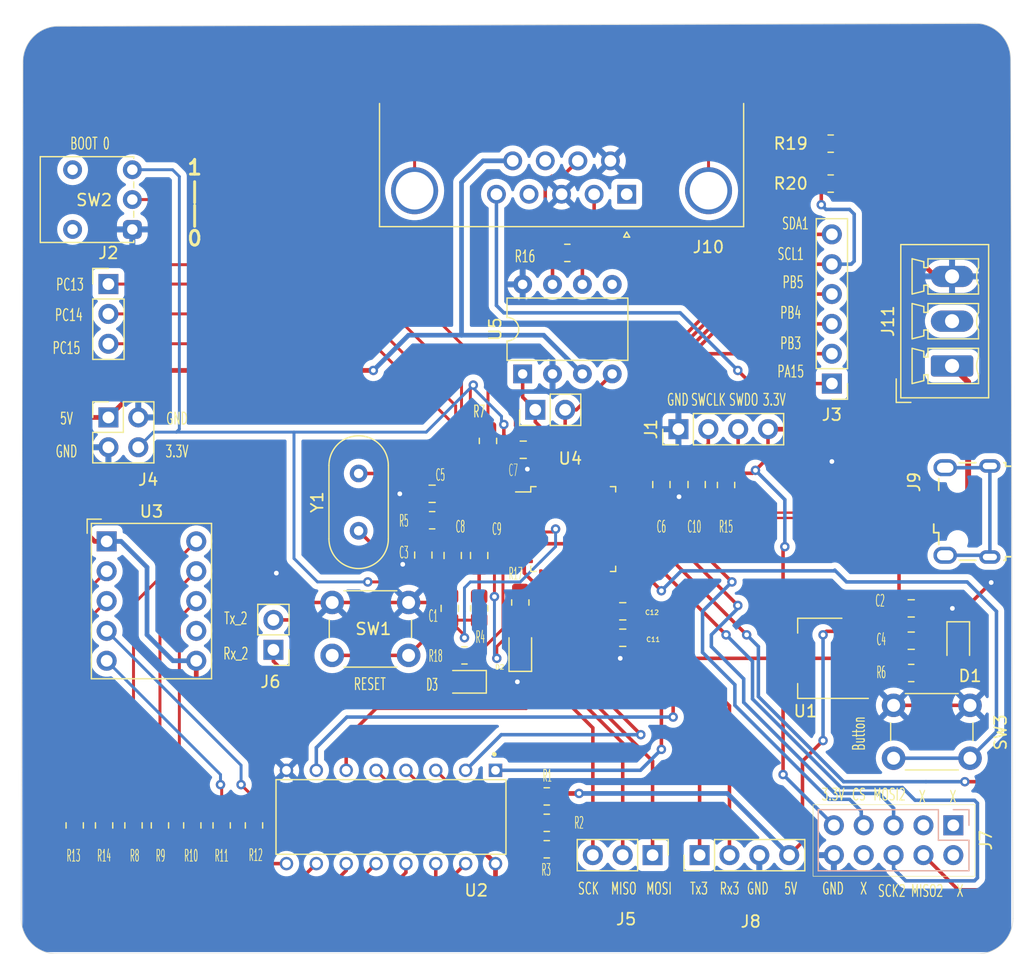
<source format=kicad_pcb>
(kicad_pcb (version 20240108) (generator "pcbnew") (generator_version "8.0")
  (layers (0 "F.Cu" signal) (31 "B.Cu" signal) (34 "B.Paste" user) (35 "F.Paste" user) (36 "B.SilkS" user "B.Silkscreen") (37 "F.SilkS" user "F.Silkscreen") (38 "B.Mask" user) (39 "F.Mask" user) (44 "Edge.Cuts" user))
  (net 0 "")
  (net 1 "/Display_B")
  (net 2 "/Display_C")
  (net 3 "Net-(D1-A)")
  (net 4 "Net-(D2-A)")
  (net 5 "Net-(D3-A)")
  (net 6 "/Display_D")
  (net 7 "/Display_A")
  (net 8 "GND")
  (net 16 "VBUS")
  (net 19 "/BOOT0")
  (net 21 "Net-(U5-CANL)")
  (net 22 "Net-(U5-CANH)")
  (net 24 "Net-(U2-LT)")
  (net 25 "Net-(U2-BI)")
  (net 26 "+3.3V")
  (net 27 "/OSC_OUT")
  (net 28 "Net-(C3-Pad1)")
  (net 29 "/RESET")
  (net 30 "Net-(U2-RBI)")
  (net 31 "/USB_D+")
  (net 32 "Net-(SW2-B)")
  (net 33 "Net-(U3-A)")
  (net 34 "Net-(U2-a)")
  (net 35 "/LED1")
  (net 36 "Net-(U3-B)")
  (net 37 "/LED2")
  (net 38 "/CAN_Tx")
  (net 39 "/CAN_Rx")
  (net 40 "Net-(U2-b)")
  (net 41 "/PC13")
  (net 42 "/PC14")
  (net 43 "/PC15")
  (net 44 "/OSC_IN")
  (net 45 "/UART_2_Tx")
  (net 46 "/UART_2_Rx")
  (net 47 "/SPI_1_SCK")
  (net 48 "/SPI_1_MISO")
  (net 49 "/SPI_1_MOSI")
  (net 50 "/UART_3_Tx")
  (net 51 "/UART_3_Rx")
  (net 52 "/Usr_Push_btn")
  (net 53 "/SPI_2_SCK")
  (net 54 "/SPI_2_MISO")
  (net 55 "/SPI_2_MOSI")
  (net 56 "/CS")
  (net 57 "/A9")
  (net 58 "/A10")
  (net 59 "/USB_D-")
  (net 60 "/SW_DIO")
  (net 61 "/SW_SCK")
  (net 62 "/PA15")
  (net 63 "/SW_Trace")
  (net 64 "/PB4")
  (net 65 "/PB5")
  (net 66 "/I2C_1_SCL")
  (net 67 "/I2C_1_SDA")
  (net 68 "Net-(U2-c)")
  (net 69 "Net-(U3-C)")
  (net 70 "Net-(U2-d)")
  (net 71 "Net-(U3-D)")
  (net 72 "Net-(U2-e)")
  (net 73 "Net-(U3-E)")
  (net 74 "Net-(U2-f)")
  (net 75 "Net-(U3-F)")
  (net 79 "Net-(U2-g)")
  (net 80 "Net-(U3-G)")
  (footprint "Package_QFP:LQFP-48_7x7mm_P0.5mm" (layer "F.Cu") (at 148.5 93)
    (property "Reference" "U4")
    (property "Value" "STM32F103C8Tx")
  )
  (footprint "Resistor_SMD:R_0805_2012Metric_Pad1.20x1.40mm_HandSolder" (layer "F.Cu") (at 146.25 120.25 180)
    (property "Reference" "R3" (hide yes))
    (property "Value" "R_US" (hide yes))
  )
  (footprint "Connector_Dsub:DSUB-9_Male_Horizontal_P2.77x2.84mm_EdgePinOffset4.94mm_Housed_MountingHolesOffset7.48mm" (layer "F.Cu") (at 153.05 64.505331 180)
    (property "Reference" "J10")
    (property "Value" "DB9_Male_MountingHoles")
  )
  (footprint "Capacitor_SMD:C_0805_2012Metric_Pad1.18x1.45mm_HandSolder" (layer "F.Cu") (at 177.25 99.75)
    (property "Reference" "C2" (hide yes))
    (property "Value" "22uF" (hide yes))
  )
  (footprint "Resistor_SMD:R_0805_2012Metric_Pad1.20x1.40mm_HandSolder" (layer "F.Cu") (at 144 99.25 90)
    (property "Reference" "R17" (hide yes))
    (property "Value" "1.5k" (hide yes))
  )
  (footprint "Resistor_SMD:R_0805_2012Metric_Pad1.20x1.40mm_HandSolder" (layer "F.Cu") (at 146.25 115.75 180)
    (property "Reference" "R1" (hide yes))
    (property "Value" "R_US" (hide yes))
  )
  (footprint "Capacitor_SMD:C_0805_2012Metric_Pad1.18x1.45mm_HandSolder" (layer "F.Cu") (at 144.25 86.25)
    (property "Reference" "C7")
    (property "Value" "100nF" (hide yes))
  )
  (footprint "Button_Switch_THT:SW_PUSH_6mm_H5mm" (layer "F.Cu") (at 175.75 108)
    (property "Reference" "SW3")
    (property "Value" "SW_Push" (hide yes))
  )
  (footprint "Crystal:Crystal_HC49-U_Vertical" (layer "F.Cu") (at 130.25 93.15 90)
    (property "Reference" "Y1")
    (property "Value" "Crystal" (hide yes))
  )
  (footprint "Connector_PinHeader_2.54mm:PinHeader_1x06_P2.54mm_Vertical" (layer "F.Cu") (at 170.5 80.62 180)
    (property "Reference" "J3")
    (property "Value" "Conn_01x06_Male" (hide yes))
  )
  (footprint "Connector_PinHeader_2.54mm:PinHeader_1x02_P2.54mm_Vertical" (layer "F.Cu") (at 123 103.275 180)
    (property "Reference" "J6")
    (property "Value" "Conn_01x02_Male" (hide yes))
  )
  (footprint "LED_SMD:LED_0805_2012Metric_Pad1.15x1.40mm_HandSolder" (layer "F.Cu") (at 144 103.25 90)
    (property "Reference" "D2" (hide yes))
    (property "Value" "LED" (hide yes))
  )
  (footprint "Button_Switch_THT:SW_Push_1P2T_Vertical_E-Switch_800UDP8P1A1M6" (layer "F.Cu") (at 111 67.5 180)
    (property "Reference" "SW2")
    (property "Value" "SW_SPDT" (hide yes))
  )
  (footprint "Connector_USB:USB_Micro-B_Wuerth_629105150521" (layer "F.Cu") (at 181.99 91.505 90)
    (property "Reference" "J9")
    (property "Value" "USB_B_Micro")
  )
  (footprint "Resistor_SMD:R_0805_2012Metric_Pad1.20x1.40mm_HandSolder" (layer "F.Cu") (at 106.1 118.22 90)
    (property "Reference" "R13" (hide yes))
    (property "Value" "R_US" (hide yes))
  )
  (footprint "Capacitor_SMD:C_0805_2012Metric_Pad1.18x1.45mm_HandSolder" (layer "F.Cu") (at 152.7125 102.25 180)
    (property "Reference" "C11" (hide yes))
    (property "Value" "100nF" (hide yes))
  )
  (footprint "Resistor_SMD:R_0805_2012Metric_Pad1.20x1.40mm_HandSolder" (layer "F.Cu") (at 141.25 85.5 -90)
    (property "Reference" "R7")
    (property "Value" "10k" (hide yes))
  )
  (footprint "Resistor_SMD:R_0805_2012Metric_Pad1.20x1.40mm_HandSolder" (layer "F.Cu") (at 111.1 118.22 90)
    (property "Reference" "R8" (hide yes))
    (property "Value" "R_US" (hide yes))
  )
  (footprint "Resistor_SMD:R_0805_2012Metric_Pad1.20x1.40mm_HandSolder" (layer "F.Cu") (at 161.5 89.25 90)
    (property "Reference" "R15" (hide yes))
    (property "Value" "1.5k" (hide yes))
  )
  (footprint "Package_DIP:DIP-8_W7.62mm" (layer "F.Cu") (at 144.2 79.8 90)
    (property "Reference" "U5")
    (property "Value" "MCP2551-I-SN" (hide yes))
  )
  (footprint "Connector_PinHeader_2.54mm:PinHeader_1x04_P2.54mm_Vertical" (layer "F.Cu") (at 157.45 84.5 90)
    (property "Reference" "J1")
    (property "Value" "Conn_01x04_Male" (hide yes))
  )
  (footprint "Connector_PinHeader_2.54mm:PinHeader_1x03_P2.54mm_Vertical" (layer "F.Cu") (at 108.966 72.151)
    (property "Reference" "J2")
    (property "Value" "Conn_01x03_Male" (hide yes))
  )
  (footprint "Capacitor_SMD:C_0805_2012Metric_Pad1.18x1.45mm_HandSolder" (layer "F.Cu") (at 152.7125 100 180)
    (property "Reference" "C12" (hide yes))
    (property "Value" "1uF" (hide yes))
  )
  (footprint "Resistor_SMD:R_0805_2012Metric_Pad1.20x1.40mm_HandSolder" (layer "F.Cu") (at 170.4 63.6)
    (property "Reference" "R20")
    (property "Value" "R_US" (hide yes))
  )
  (footprint "Resistor_SMD:R_0805_2012Metric_Pad1.20x1.40mm_HandSolder" (layer "F.Cu") (at 118.6 118.22 90)
    (property "Reference" "R11" (hide yes))
    (property "Value" "R_US" (hide yes))
  )
  (footprint "Resistor_SMD:R_0805_2012Metric_Pad1.20x1.40mm_HandSolder" (layer "F.Cu") (at 139.25 103.75)
    (property "Reference" "R18" (hide yes))
    (property "Value" "1.5k" (hide yes))
  )
  (footprint "Resistor_SMD:R_0805_2012Metric_Pad1.20x1.40mm_HandSolder" (layer "F.Cu") (at 121.35 118.22 90)
    (property "Reference" "R12" (hide yes))
    (property "Value" "R_US" (hide yes))
  )
  (footprint "Connector_PinHeader_2.54mm:PinHeader_1x04_P2.54mm_Vertical" (layer "F.Cu") (at 159.25 120.75 90)
    (property "Reference" "J8")
    (property "Value" "Conn_01x04_Male" (hide yes))
  )
  (footprint "Resistor_SMD:R_0805_2012Metric_Pad1.20x1.40mm_HandSolder" (layer "F.Cu") (at 146.25 118 180)
    (property "Reference" "R2" (hide yes))
    (property "Value" "R_US" (hide yes))
  )
  (footprint "Button_Switch_THT:SW_PUSH_6mm_H5mm" (layer "F.Cu") (at 128 99.25)
    (property "Reference" "SW1")
    (property "Value" "SW_Push" (hide yes))
  )
  (footprint "Capacitor_SMD:C_0805_2012Metric_Pad1.18x1.45mm_HandSolder" (layer "F.Cu") (at 136.5 90)
    (property "Reference" "C5" (hide yes))
    (property "Value" "30pF" (hide yes))
  )
  (footprint "Capacitor_SMD:C_0805_2012Metric_Pad1.18x1.45mm_HandSolder" (layer "F.Cu") (at 156 89.2125 -90)
    (property "Reference" "C6" (hide yes))
    (property "Value" "10uF" (hide yes))
  )
  (footprint "Package_TO_SOT_SMD:SOT-223-3_TabPin2" (layer "F.Cu") (at 169.5 104 180)
    (property "Reference" "U1")
    (property "Value" "AMS1117-3.3" (hide yes))
  )
  (footprint "Capacitor_SMD:C_0805_2012Metric_Pad1.18x1.45mm_HandSolder" (layer "F.Cu") (at 138 99.75 90)
    (property "Reference" "C1" (hide yes))
    (property "Value" "100nF" (hide yes))
  )
  (footprint "Capacitor_SMD:C_0805_2012Metric_Pad1.18x1.45mm_HandSolder" (layer "F.Cu") (at 140.5 95.25 90)
    (property "Reference" "C9" (hide yes))
    (property "Value" "100nF" (hide yes))
  )
  (footprint "Resistor_SMD:R_0805_2012Metric_Pad1.20x1.40mm_HandSolder" (layer "F.Cu") (at 140.5 99.75 -90)
    (property "Reference" "R4" (hide yes))
    (property "Value" "10k" (hide yes))
  )
  (footprint "Capacitor_SMD:C_0805_2012Metric_Pad1.18x1.45mm_HandSolder" (layer "F.Cu") (at 177.25 102.5)
    (property "Reference" "C4" (hide yes))
    (property "Value" "22uF" (hide yes))
  )
  (footprint "Resistor_SMD:R_0805_2012Metric_Pad1.20x1.40mm_HandSolder" (layer "F.Cu") (at 148 69.5 180)
    (property "Reference" "R16" (hide yes))
    (property "Value" "120" (hide yes))
  )
  (footprint "LED_SMD:LED_0805_2012Metric_Pad1.15x1.40mm_HandSolder" (layer "F.Cu") (at 139.25 106 180)
    (property "Reference" "D3")
    (property "Value" "LED" (hide yes))
  )
  (footprint "Resistor_SMD:R_0805_2012Metric_Pad1.20x1.40mm_HandSolder" (layer "F.Cu") (at 113.35 118.22 90)
    (property "Reference" "R9" (hide yes))
    (property "Value" "R_US" (hide yes))
  )
  (footprint "Resistor_SMD:R_0805_2012Metric_Pad1.20x1.40mm_HandSolder" (layer "F.Cu") (at 170.4 60.2)
    (property "Reference" "R19")
    (property "Value" "R_US" (hide yes))
  )
  (footprint "Capacitor_SMD:C_0805_2012Metric_Pad1.18x1.45mm_HandSolder" (layer "F.Cu") (at 135.75 95.2125 -90)
    (property "Reference" "C3" (hide yes))
    (property "Value" "30pF" (hide yes))
  )
  (footprint "Resistor_SMD:R_0805_2012Metric_Pad1.20x1.40mm_HandSolder" (layer "F.Cu") (at 108.6 118.22 90)
    (property "Reference" "R14" (hide yes))
    (property "Value" "R_US" (hide yes))
  )
  (footprint "Connector_PinHeader_2.54mm:PinHeader_1x02_P2.54mm_Vertical" (layer "F.Cu") (at 145.275 82.85 90)
    (property "Reference" "J12" (hide yes))
    (property "Value" "Conn_01x02_Male" (hide yes))
  )
  (footprint "Connector_PinHeader_2.54mm:PinHeader_1x03_P2.54mm_Vertical" (layer "F.Cu") (at 155.25 120.75 -90)
    (property "Reference" "J5")
    (property "Value" "Conn_01x03_Male" (hide yes))
  )
  (footprint "Capacitor_SMD:C_0805_2012Metric_Pad1.18x1.45mm_HandSolder" (layer "F.Cu") (at 138.25 95.25 90)
    (property "Reference" "C8" (hide yes))
    (property "Value" "100nF" (hide yes))
  )
  (footprint "Resistor_SMD:R_0805_2012Metric_Pad1.20x1.40mm_HandSolder" (layer "F.Cu") (at 136.5 92.25 180)
    (property "Reference" "R5" (hide yes))
    (property "Value" "10k" (hide yes))
  )
  (footprint "Display_7Segment:Sx39-1xxxxx" (layer "F.Cu") (at 108.8175 94.0475)
    (property "Reference" "U3")
    (property "Value" "SA39-12EWA" (hide yes))
  )
  (footprint "LED_SMD:LED_0805_2012Metric_Pad1.15x1.40mm_HandSolder" (layer "F.Cu") (at 181.25 102.75 -90)
    (property "Reference" "D1")
    (property "Value" "LED" (hide yes))
  )
  (footprint "Resistor_SMD:R_0805_2012Metric_Pad1.20x1.40mm_HandSolder" (layer "F.Cu") (at 177.25 105.25 180)
    (property "Reference" "R6" (hide yes))
    (property "Value" "1.5k" (hide yes))
  )
  (footprint "Connector_Phoenix_MC:PhoenixContact_MCV_1,5_3-G-3.81_1x03_P3.81mm_Vertical" (layer "F.Cu") (at 180.7225 79.12 90)
    (property "Reference" "J11")
    (property "Value" "Conn_01x03_Male")
  )
  (footprint "Resistor_SMD:R_0805_2012Metric_Pad1.20x1.40mm_HandSolder" (layer "F.Cu") (at 116.1 118.22 90)
    (property "Reference" "R10" (hide yes))
    (property "Value" "R_US" (hide yes))
  )
  (footprint "Connector_PinHeader_2.54mm:PinHeader_2x02_P2.54mm_Vertical" (layer "F.Cu") (at 108.966 83.5)
    (property "Reference" "J4")
    (property "Value" "Conn_02x02_Odd_Even" (hide yes))
  )
  (footprint "sn74ls47:DIP794W45P254L1930H508Q16" (layer "F.Cu") (at 133 117.5 -90)
    (property "Reference" "U2")
    (property "Value" "74LS47")
  )
  (footprint "Capacitor_SMD:C_0805_2012Metric_Pad1.18x1.45mm_HandSolder" (layer "F.Cu") (at 159 89.2125 -90)
    (property "Reference" "C10" (hide yes))
    (property "Value" "100nF" (hide yes))
  )
  (footprint "Connector_PinSocket_2.54mm:PinSocket_2x05_P2.54mm_Vertical" (layer "B.Cu") (at 180.83 118.21 90)
    (property "Reference" "J7")
    (property "Value" "Conn_02x05_Top_Bottom" (hide yes))
  )
  (gr_line (start 123.22 114.325) (end 142.78 114.325) (stroke (width 0.12)) (layer "F.SilkS"))
  (gr_poly (pts (xy 182.65 122.55) (xy 168.9 122.55) (xy 168.9 116.45) (xy 182.65 116.45)) (stroke (width 0.05)) (fill none) (layer "F.SilkS"))
  (gr_line (start 142.78 120.675) (end 123.22 120.675) (stroke (width 0.12)) (layer "F.SilkS"))
  (gr_line (start 101.700001 53.35) (end 101.55 126.15) (stroke (width 0.05)) (layer "Edge.Cuts"))
  (gr_arc (start 182.65 49.95) (mid 184.806676 50.843324) (end 185.7 53) (stroke (width 0.05)) (layer "Edge.Cuts"))
  (gr_arc (start 101.700001 53.35) (mid 102.557096 51.127816) (end 104.75 50.198362) (stroke (width 0.05)) (layer "Edge.Cuts"))
  (gr_arc (start 104.55 129.15) (mid 102.42868 128.27132) (end 101.55 126.15) (stroke (width 0.05)) (layer "Edge.Cuts"))
  (gr_arc (start 185.9 126.15) (mid 185.02132 128.27132) (end 182.9 129.15) (stroke (width 0.05)) (layer "Edge.Cuts"))
  (gr_line (start 104.55 129.15) (end 182.9 129.15) (stroke (width 0.05)) (layer "Edge.Cuts"))
  (gr_line (start 185.9 126.15) (end 185.7 53) (stroke (width 0.05)) (layer "Edge.Cuts"))
  (gr_line (start 182.65 49.95) (end 104.75 50.198362) (stroke (width 0.05)) (layer "Edge.Cuts"))
  (gr_text "GND" (at 114.8 83.6 0) (layer "F.SilkS") (effects (font (size 1 0.6) (thickness 0.1))))
  (gr_text "Rx_2" (at 119.8 103.6 0) (layer "F.SilkS") (effects (font (size 1 0.6) (thickness 0.1))))
  (gr_text "BOOT 0" (at 107.4 60.2 0) (layer "F.SilkS") (effects (font (size 1 0.6) (thickness 0.1))))
  (gr_text "SCL1" (at 167 69.6 0) (layer "F.SilkS") (effects (font (size 1 0.6) (thickness 0.1))))
  (gr_text "5V" (at 105.4 83.6 0) (layer "F.SilkS") (effects (font (size 1 0.6) (thickness 0.1))))
  (gr_text "C4" (at 174.7 102.4 0) (layer "F.SilkS") (effects (font (size 1 0.4) (thickness 0.075))))
  (gr_text "PA15" (at 167 79.6 0) (layer "F.SilkS") (effects (font (size 1 0.6) (thickness 0.1))))
  (gr_text "R10" (at 116 120.8 0) (layer "F.SilkS") (effects (font (size 1 0.4) (thickness 0.075))))
  (gr_text "SWCLK\n" (at 160 82 0) (layer "F.SilkS") (effects (font (size 1 0.6) (thickness 0.1))))
  (gr_text "SWDO\n" (at 163 82 0) (layer "F.SilkS") (effects (font (size 1 0.6) (thickness 0.1))))
  (gr_text "3.3V" (at 165.6 82 0) (layer "F.SilkS") (effects (font (size 1 0.6) (thickness 0.1))))
  (gr_text "R14" (at 108.6 120.8 0) (layer "F.SilkS") (effects (font (size 1 0.4) (thickness 0.075))))
  (gr_text "3.3V" (at 170.6 115.6 0) (layer "F.SilkS") (effects (font (size 1 0.6) (thickness 0.1))))
  (gr_text "C2" (at 174.6 99.1 0) (layer "F.SilkS") (effects (font (size 1 0.4) (thickness 0.075))))
  (gr_text "X" (at 178.191398 115.784423 0) (layer "F.SilkS") (effects (font (size 1 0.6) (thickness 0.1))))
  (gr_text "C10" (at 158.8 92.8 0) (layer "F.SilkS") (effects (font (size 1 0.4) (thickness 0.075))))
  (gr_text "C3" (at 134.1 95 0) (layer "F.SilkS") (effects (font (size 1 0.4) (thickness 0.075))))
  (gr_text "R8" (at 111.2 120.8 0) (layer "F.SilkS") (effects (font (size 1 0.4) (thickness 0.075))))
  (gr_text "D2" (at 142.25 104.75 0) (layer "F.SilkS") (effects (font (size 0.4 0.4) (thickness 0.075))))
  (gr_text "C12" (at 155.2 100.1 0) (layer "F.SilkS") (effects (font (size 0.4 0.4) (thickness 0.075))))
  (gr_text "R17" (at 143.6 96.8 0) (layer "F.SilkS") (effects (font (size 1 0.4) (thickness 0.075))))
  (gr_text "GND" (at 105.4 86.4 0) (layer "F.SilkS") (effects (font (size 1 0.6) (thickness 0.1))))
  (gr_text "R13\n" (at 106 120.8 0) (layer "F.SilkS") (effects (font (size 1 0.4) (thickness 0.075))))
  (gr_text "Tx_2" (at 119.8 100.6 0) (layer "F.SilkS") (effects (font (size 1 0.6) (thickness 0.1))))
  (gr_text "R5" (at 134.1 92.3 0) (layer "F.SilkS") (effects (font (size 1 0.4) (thickness 0.075))))
  (gr_text "C1" (at 136.6 100.4 0) (layer "F.SilkS") (effects (font (size 1 0.4) (thickness 0.075))))
  (gr_text "PC14\n	\n" (at 105.6 75.6 0) (layer "F.SilkS") (effects (font (size 1 0.6) (thickness 0.1))))
  (gr_text "PB4" (at 167 74.6 0) (layer "F.SilkS") (effects (font (size 1 0.6) (thickness 0.1))))
  (gr_text "PB3" (at 167 77.2 0) (layer "F.SilkS") (effects (font (size 1 0.6) (thickness 0.1))))
  (gr_text "Rx3" (at 161.8 123.6 0) (layer "F.SilkS") (effects (font (size 1 0.6) (thickness 0.1))))
  (gr_text "R18" (at 136.8 103.8 0) (layer "F.SilkS") (effects (font (size 1 0.4) (thickness 0.075))))
  (gr_text "MOSI2" (at 175.4 115.6 0) (layer "F.SilkS") (effects (font (size 1 0.6) (thickness 0.1))))
  (gr_text "Tx3\n" (at 159.2 123.6 0) (layer "F.SilkS") (effects (font (size 1 0.6) (thickness 0.1))))
  (gr_text "R6" (at 174.7 105.2 0) (layer "F.SilkS") (effects (font (size 1 0.4) (thickness 0.075))))
  (gr_text "SDA1" (at 167.4 67 0) (layer "F.SilkS") (effects (font (size 1 0.6) (thickness 0.1))))
  (gr_text "R16" (at 144.4 69.8 0) (layer "F.SilkS") (effects (font (size 1 0.6) (thickness 0.1))))
  (gr_text "GND" (at 157.4 82 0) (layer "F.SilkS") (effects (font (size 1 0.6) (thickness 0.1))))
  (gr_text "C5" (at 137.2 88.4 0) (layer "F.SilkS") (effects (font (size 1 0.4) (thickness 0.075))))
  (gr_text "R3" (at 146.2 122 0) (layer "F.SilkS") (effects (font (size 1 0.4) (thickness 0.075))))
  (gr_text "R1" (at 146.3 114 0) (layer "F.SilkS") (effects (font (size 1 0.4) (thickness 0.075))))
  (gr_text "R11" (at 118.6 120.8 0) (layer "F.SilkS") (effects (font (size 1 0.4) (thickness 0.075))))
  (gr_text "PB5" (at 167.2 72 0) (layer "F.SilkS") (effects (font (size 1 0.6) (thickness 0.1))))
  (gr_text "R15" (at 161.5 92.8 0) (layer "F.SilkS") (effects (font (size 1 0.4) (thickness 0.075))))
  (gr_text "PC15" (at 105.4 77.6 0) (layer "F.SilkS") (effects (font (size 1 0.6) (thickness 0.1))))
  (gr_text "MOSI" (at 155.8 123.6 0) (layer "F.SilkS") (effects (font (size 1 0.6) (thickness 0.1))))
  (gr_text "R9" (at 113.4 120.8 0) (layer "F.SilkS") (effects (font (size 1 0.4) (thickness 0.075))))
  (gr_text "C8" (at 138.9 92.8 0) (layer "F.SilkS") (effects (font (size 1 0.4) (thickness 0.075))))
  (gr_text "GND" (at 170.6 123.6 0) (layer "F.SilkS") (effects (font (size 1 0.6) (thickness 0.1))))
  (gr_text "R12" (at 121.5 120.75 0) (layer "F.SilkS") (effects (font (size 1 0.4) (thickness 0.075))))
  (gr_text "X" (at 173.2 123.6 0) (layer "F.SilkS") (effects (font (size 1 0.6) (thickness 0.1))))
  (gr_text "CS" (at 172.8 115.6 0) (layer "F.SilkS") (effects (font (size 1 0.6) (thickness 0.1))))
  (gr_text "MISO" (at 152.8 123.6 0) (layer "F.SilkS") (effects (font (size 1 0.6) (thickness 0.1))))
  (gr_text "3.3V" (at 114.8 86.4 0) (layer "F.SilkS") (effects (font (size 1 0.6) (thickness 0.1))))
  (gr_text "GND" (at 164.2 123.6 0) (layer "F.SilkS") (effects (font (size 1 0.6) (thickness 0.1))))
  (gr_text "C11" (at 155.3 102.4 0) (layer "F.SilkS") (effects (font (size 0.4 0.4) (thickness 0.075))))
  (gr_text "C9" (at 142 93 0) (layer "F.SilkS") (effects (font (size 1 0.4) (thickness 0.075))))
  (gr_text "MISO2" (at 178.6 123.8 0) (layer "F.SilkS") (effects (font (size 1 0.6) (thickness 0.1))))
  (gr_text "R2" (at 149 118 0) (layer "F.SilkS") (effects (font (size 1 0.4) (thickness 0.075))))
  (gr_text "X" (at 181.4 123.8 0) (layer "F.SilkS") (effects (font (size 1 0.6) (thickness 0.1))))
  (gr_text "RESET" (at 131.2 106.2 0) (layer "F.SilkS") (effects (font (size 1 0.6) (thickness 0.1))))
  (gr_text "SCK" (at 149.8 123.6 0) (layer "F.SilkS") (effects (font (size 1 0.6) (thickness 0.1))))
  (gr_text "Button" (at 172.8 110.4 90) (layer "F.SilkS") (effects (font (size 1 0.6) (thickness 0.1))))
  (gr_text "X" (at 180.796746 115.784423 0) (layer "F.SilkS") (effects (font (size 1 0.6) (thickness 0.1))))
  (gr_text "1\n|\n|\n0" (at 116.3 65.25 0) (layer "F.SilkS") (effects (font (size 1.25 1.25) (thickness 0.25))))
  (gr_text "R4" (at 140.6 102.2 0) (layer "F.SilkS") (effects (font (size 1 0.4) (thickness 0.075))))
  (gr_text "5V" (at 167 123.6 0) (layer "F.SilkS") (effects (font (size 1 0.6) (thickness 0.1))))
  (gr_text "PC13" (at 105.7 72.2 0) (layer "F.SilkS") (effects (font (size 1 0.6) (thickness 0.1))))
  (gr_text "C6" (at 156 92.8 0) (layer "F.SilkS") (effects (font (size 1 0.4) (thickness 0.075))))
  (gr_text "SCK2" (at 175.6 123.8 0) (layer "F.SilkS") (effects (font (size 1 0.6) (thickness 0.1))))
  (segment (start 135.01 64.205331) (end 135.01 60.49) (width 0.25) (layer "F.Cu") (net 0))
  (segment (start 160.01 61.01) (end 160.01 64.205331) (width 0.25) (layer "F.Cu") (net 0))
  (segment (start 157 58) (end 160.01 61.01) (width 0.25) (layer "F.Cu") (net 0))
  (segment (start 135.01 60.49) (end 137.5 58) (width 0.25) (layer "F.Cu") (net 0))
  (segment (start 137.5 58) (end 157 58) (width 0.25) (layer "F.Cu") (net 0))
  (segment (start 180.14 87.78) (end 183.79 87.78) (width 0.3) (layer "B.Cu") (net 0))
  (segment (start 183.79 95.23) (end 183.94 95.38) (width 0.3) (layer "B.Cu") (net 0))
  (segment (start 183.94 87.63) (end 183.94 95.38) (width 0.3) (layer "B.Cu") (net 0))
  (segment (start 180.14 95.23) (end 183.79 95.23) (width 0.3) (layer "B.Cu") (net 0))
  (segment (start 148.75 100) (end 149 100.25) (width 0.3) (layer "F.Cu") (net 1))
  (segment (start 149 104.5) (end 150.5 106) (width 0.3) (layer "F.Cu") (net 1))
  (segment (start 148.75 97.1625) (end 148.75 99.75) (width 0.3) (layer "F.Cu") (net 1))
  (segment (start 150.75 106.25) (end 155.75 106.25) (width 0.3) (layer "F.Cu") (net 1))
  (segment (start 155.75 106.25) (end 156 106.5) (width 0.3) (layer "F.Cu") (net 1))
  (segment (start 149 100.25) (end 149 104) (width 0.3) (layer "F.Cu") (net 1))
  (segment (start 149 104) (end 149 104.5) (width 0.3) (layer "F.Cu") (net 1))
  (segment (start 150.5 106) (end 150.75 106.25) (width 0.3) (layer "F.Cu") (net 1))
  (segment (start 156 106.5) (end 156 111.75) (width 0.3) (layer "F.Cu") (net 1))
  (segment (start 148.75 99.75) (end 148.75 100) (width 0.3) (layer "F.Cu") (net 1))
  (via (at 156 111.75) (size 0.8) (drill 0.4) (layers "F.Cu" "B.Cu") (net 1))
  (segment (start 154.22 113.53) (end 141.89 113.53) (width 0.3) (layer "B.Cu") (net 1))
  (segment (start 156 111.75) (end 154.22 113.53) (width 0.3) (layer "B.Cu") (net 1))
  (segment (start 148.25 97.1625) (end 148.25 104) (width 0.3) (layer "F.Cu") (net 2))
  (segment (start 148.25 104.5) (end 154.25 110.5) (width 0.3) (layer "F.Cu") (net 2))
  (segment (start 148.25 104) (end 148.25 104.5) (width 0.3) (layer "F.Cu") (net 2))
  (via (at 154.25 110.5) (size 0.8) (drill 0.4) (layers "F.Cu" "B.Cu") (net 2))
  (segment (start 142.38 110.5) (end 139.35 113.53) (width 0.3) (layer "B.Cu") (net 2))
  (segment (start 154.25 110.5) (end 142.38 110.5) (width 0.3) (layer "B.Cu") (net 2))
  (segment (start 179.775 105.25) (end 181.25 103.775) (width 0.3) (layer "F.Cu") (net 3))
  (segment (start 178.25 105.25) (end 179.775 105.25) (width 0.3) (layer "F.Cu") (net 3))
  (segment (start 144 100.25) (end 144 102.225) (width 0.3) (layer "F.Cu") (net 4))
  (segment (start 138.25 103.75) (end 138.25 105.975) (width 0.25) (layer "F.Cu") (net 5))
  (segment (start 138.25 105.975) (end 138.225 106) (width 0.25) (layer "F.Cu") (net 5))
  (segment (start 146.25 106.5) (end 144.5 108.25) (width 0.3) (layer "F.Cu") (net 6))
  (segment (start 131.75 108.25) (end 129.19 110.81) (width 0.3) (layer "F.Cu") (net 6))
  (segment (start 129.19 110.81) (end 129.19 113.53) (width 0.3) (layer "F.Cu") (net 6))
  (segment (start 146.25 97.1625) (end 146.25 106.5) (width 0.3) (layer "F.Cu") (net 6))
  (segment (start 144.5 108.25) (end 131.75 108.25) (width 0.3) (layer "F.Cu") (net 6))
  (segment (start 156.25 105.75) (end 151.042894 105.75) (width 0.3) (layer "F.Cu") (net 7))
  (segment (start 149.5 100) (end 149.25 99.75) (width 0.3) (layer "F.Cu") (net 7))
  (segment (start 149.5 104.207106) (end 149.5 100) (width 0.3) (layer "F.Cu") (net 7))
  (segment (start 157 109) (end 157 106.5) (width 0.3) (layer "F.Cu") (net 7))
  (segment (start 149.25 99.75) (end 149.25 97.1625) (width 0.3) (layer "F.Cu") (net 7))
  (segment (start 157 106.5) (end 156.25 105.75) (width 0.3) (layer "F.Cu") (net 7))
  (segment (start 151.042894 105.75) (end 149.5 104.207106) (width 0.3) (layer "F.Cu") (net 7))
  (via (at 157 109) (size 0.8) (drill 0.4) (layers "F.Cu" "B.Cu") (net 7))
  (segment (start 129.25 109) (end 126.65 111.6) (width 0.3) (layer "B.Cu") (net 7))
  (segment (start 126.65 111.6) (end 126.65 113.53) (width 0.3) (layer "B.Cu") (net 7))
  (segment (start 157 109) (end 129.25 109) (width 0.3) (layer "B.Cu") (net 7))
  (segment (start 156 90.25) (end 157.5 90.25) (width 0.3) (layer "F.Cu") (net 8))
  (segment (start 128 99.25) (end 134.5 99.25) (width 0.3) (layer "F.Cu") (net 8))
  (segment (start 135.4625 90) (end 133.75 90) (width 0.3) (layer "F.Cu") (net 8))
  (segment (start 125.75 99.25) (end 123.25 96.75) (width 0.3) (layer "F.Cu") (net 8))
  (segment (start 145.2875 87.2125) (end 144.6 87.9) (width 0.3) (layer "F.Cu") (net 8))
  (segment (start 135.75 96.25) (end 134.25 96.25) (width 0.3) (layer "F.Cu") (net 8))
  (segment (start 157.5 90.25) (end 158.5 90.25) (width 0.3) (layer "F.Cu") (net 8))
  (segment (start 146.25 87.2125) (end 145.2875 86.25) (width 0.3) (layer "F.Cu") (net 8))
  (segment (start 173.455 90.205) (end 170.5 87.25) (width 0.3) (layer "F.Cu") (net 8))
  (segment (start 137.4625 99.25) (end 138 98.7125) (width 0.3) (layer "F.Cu") (net 8))
  (segment (start 140.275 106) (end 142.275 106) (width 0.25) (layer "F.Cu") (net 8))
  (segment (start 174.05 106.3) (end 175.75 108) (width 0.25) (layer "F.Cu") (net 8))
  (segment (start 180.475 102.5) (end 181.25 101.725) (width 0.3) (layer "F.Cu") (net 8))
  (segment (start 178.2875 102.2125) (end 180.75 99.75) (width 0.3) (layer "F.Cu") (net 8))
  (segment (start 134.25 96.25) (end 134 96) (width 0.3) (layer "F.Cu") (net 8))
  (segment (start 178.2875 102.5) (end 178.2875 102.2125) (width 0.3) (layer "F.Cu") (net 8))
  (segment (start 142.5 106) (end 143.75 106) (width 0.25) (layer "F.Cu") (net 8))
  (segment (start 155.5 90.75) (end 156 90.25) (width 0.3) (layer "F.Cu") (net 8))
  (segment (start 178.2875 102.5) (end 178.2875 99.75) (width 0.3) (layer "F.Cu") (net 8))
  (segment (start 144.3375 93.75) (end 140.9625 93.75) (width 0.3) (layer "F.Cu") (net 8))
  (segment (start 145.2875 86.25) (end 145.2875 87.2125) (width 0.3) (layer "F.Cu") (net 8))
  (segment (start 135.75 96.25) (end 137.7875 94.2125) (width 0.3) (layer "F.Cu") (net 8))
  (segment (start 151.675 103.175) (end 152.5 104) (width 0.3) (layer "F.Cu") (net 8))
  (segment (start 142.275 106) (end 142.3875 105.8875) (width 0.25) (layer "F.Cu") (net 8))
  (segment (start 151.675 102.25) (end 151.675 100) (width 0.3) (layer "F.Cu") (net 8))
  (segment (start 184.05 97.55) (end 181.85 99.75) (width 0.3) (layer "F.Cu") (net 8))
  (segment (start 150.75 99.075) (end 151.675 100) (width 0.3) (layer "F.Cu") (net 8))
  (segment (start 146.25 88.8375) (end 146.25 87.2125) (width 0.3) (layer "F.Cu") (net 8))
  (segment (start 175.75 108) (end 182.25 108) (width 0.3) (layer "F.Cu") (net 8))
  (segment (start 151.675 102.25) (end 151.675 103.175) (width 0.3) (layer "F.Cu") (net 8))
  (segment (start 152.6625 90.75) (end 155.5 90.75) (width 0.3) (layer "F.Cu") (net 8))
  (segment (start 181.85 99.75) (end 180.75 99.75) (width 0.3) (layer "F.Cu") (net 8))
  (segment (start 128 99.25) (end 125.75 99.25) (width 0.3) (layer "F.Cu") (net 8))
  (segment (start 150.75 97.1625) (end 150.75 99.075) (width 0.3) (layer "F.Cu") (net 8))
  (segment (start 142.3875 105.8875) (end 144 104.275) (width 0.25) (layer "F.Cu") (net 8))
  (segment (start 172.65 106.3) (end 174.05 106.3) (width 0.25) (layer "F.Cu") (net 8))
  (segment (start 134.5 99.25) (end 137.4625 99.25) (width 0.3) (layer "F.Cu") (net 8))
  (segment (start 180.09 90.205) (end 173.455 90.205) (width 0.3) (layer "F.Cu") (net 8))
  (segment (start 137.7875 94.2125) (end 138.25 94.2125) (width 0.3) (layer "F.Cu") (net 8))
  (segment (start 142.3875 105.8875) (end 142.5 106) (width 0.25) (layer "F.Cu") (net 8))
  (segment (start 140.9625 93.75) (end 140.5 94.2125) (width 0.3) (layer "F.Cu") (net 8))
  (segment (start 140.5 94.2125) (end 138.25 94.2125) (width 0.3) (layer "F.Cu") (net 8))
  (segment (start 178.2875 102.5) (end 180.475 102.5) (width 0.3) (layer "F.Cu") (net 8))
  (via (at 123.25 96.75) (size 0.8) (drill 0.4) (layers "F.Cu" "B.Cu") (net 8))
  (via (at 134 96) (size 0.8) (drill 0.4) (layers "F.Cu" "B.Cu") (net 8))
  (via (at 170.5 87.25) (size 0.8) (drill 0.4) (layers "F.Cu" "B.Cu") (net 8))
  (via (at 133.75 90) (size 0.8) (drill 0.4) (layers "F.Cu" "B.Cu") (net 8))
  (via (at 184.05 97.55) (size 0.8) (drill 0.4) (layers "F.Cu" "B.Cu") (net 8))
  (via (at 143.75 106) (size 0.8) (drill 0.4) (layers "F.Cu" "B.Cu") (net 8))
  (via (at 180.75 99.75) (size 0.8) (drill 0.4) (layers "F.Cu" "B.Cu") (net 8))
  (via (at 157.5 90.25) (size 0.8) (drill 0.4) (layers "F.Cu" "B.Cu") (net 8))
  (via (at 152.5 104) (size 0.8) (drill 0.4) (layers "F.Cu" "B.Cu") (net 8))
  (via (at 144.6 87.9) (size 0.8) (drill 0.4) (layers "F.Cu" "B.Cu") (net 8))
  (segment (start 168.25 82.25) (end 158.25 82.25) (width 0.3) (layer "B.Cu") (net 8))
  (segment (start 158.25 82.25) (end 157.45 83.05) (width 0.3) (layer "B.Cu") (net 8))
  (segment (start 170.5 87.25) (end 170.5 84.5) (width 0.3) (layer "B.Cu") (net 8))
  (segment (start 157.45 83.05) (end 157.45 84.5) (width 0.3) (layer "B.Cu") (net 8))
  (segment (start 170.5 84.5) (end 168.25 82.25) (width 0.3) (layer "B.Cu") (net 8))
  (segment (start 174.2625 101.7) (end 176.2125 99.75) (width 0.3) (layer "F.Cu") (net 16))
  (segment (start 176.2125 93.7875) (end 177.195 92.805) (width 0.3) (layer "F.Cu") (net 16))
  (segment (start 181.19 92.83) (end 180.09 92.83) (width 0.5) (layer "F.Cu") (net 16))
  (segment (start 182.09 80.4875) (end 182.09 91.93) (width 0.5) (layer "F.Cu") (net 16))
  (segment (start 176.2125 99.75) (end 176.2125 93.7875) (width 0.3) (layer "F.Cu") (net 16))
  (segment (start 168 119.62) (end 166.87 120.75) (width 0.3) (layer "F.Cu") (net 16))
  (segment (start 120.75 109) (end 118.5 109) (width 0.4) (layer "F.Cu") (net 16))
  (segment (start 147.25 122.75) (end 146.5 123.5) (width 0.4) (layer "F.Cu") (net 16))
  (segment (start 169.75 111) (end 168 112.75) (width 0.3) (layer "F.Cu") (net 16))
  (segment (start 141.89 123.14) (end 141.89 121.47) (width 0.4) (layer "F.Cu") (net 16))
  (segment (start 169.75 102) (end 170.05 101.7) (width 0.3) (layer "F.Cu") (net 16))
  (segment (start 122.25 115.75) (end 122.25 110.5) (width 0.4) (layer "F.Cu") (net 16))
  (segment (start 118.5 109) (end 116.4375 106.9375) (width 0.4) (layer "F.Cu") (net 16))
  (segment (start 147.25 120.25) (end 147.25 118) (width 0.4) (layer "F.Cu") (net 16))
  (segment (start 168 112.75) (end 168 119.62) (width 0.3) (layer "F.Cu") (net 16))
  (segment (start 142.25 123.5) (end 141.89 123.14) (width 0.4) (layer "F.Cu") (net 16))
  (segment (start 116.4375 106.9375) (end 116.4375 104.2075) (width 0.4) (layer "F.Cu") (net 16))
  (segment (start 147.25 115.75) (end 147.25 118) (width 0.4) (layer "F.Cu") (net 16))
  (segment (start 105.5 91.75) (end 105.5 85.25) (width 0.4) (layer "F.Cu") (net 16))
  (segment (start 146.5 123.5) (end 142.25 123.5) (width 0.4) (layer "F.Cu") (net 16))
  (segment (start 107.7975 94.0475) (end 105.5 91.75) (width 0.4) (layer "F.Cu") (net 16))
  (segment (start 177.195 92.805) (end 180.09 92.805) (width 0.3) (layer "F.Cu") (net 16))
  (segment (start 147.5 115.5) (end 147.25 115.75) (width 0.4) (layer "F.Cu") (net 16))
  (segment (start 182.09 91.93) (end 181.19 92.83) (width 0.5) (layer "F.Cu") (net 16))
  (segment (start 126.25 119.75) (end 122.25 115.75) (width 0.4) (layer "F.Cu") (net 16))
  (segment (start 131.5 79.5) (end 112.966 79.5) (width 0.4) (layer "F.Cu") (net 16))
  (segment (start 122.25 110.5) (end 120.75 109) (width 0.4) (layer "F.Cu") (net 16))
  (segment (start 140.17 119.75) (end 126.25 119.75) (width 0.4) (layer "F.Cu") (net 16))
  (segment (start 107.25 83.5) (end 108.966 83.5) (width 0.4) (layer "F.Cu") (net 16))
  (segment (start 112.966 79.5) (end 108.966 83.5) (width 0.4) (layer "F.Cu") (net 16))
  (segment (start 108.8175 94.0475) (end 107.7975 94.0475) (width 0.4) (layer "F.Cu") (net 16))
  (segment (start 141.89 121.47) (end 140.17 119.75) (width 0.4) (layer "F.Cu") (net 16))
  (segment (start 105.5 85.25) (end 107.25 83.5) (width 0.4) (layer "F.Cu") (net 16))
  (segment (start 149 115.5) (end 147.5 115.5) (width 0.4) (layer "F.Cu") (net 16))
  (segment (start 147.25 120.25) (end 147.25 122.75) (width 0.4) (layer "F.Cu") (net 16))
  (segment (start 180.7225 79.12) (end 182.09 80.4875) (width 0.5) (layer "F.Cu") (net 16))
  (segment (start 170.05 101.7) (end 172.65 101.7) (width 0.3) (layer "F.Cu") (net 16))
  (segment (start 172.65 101.7) (end 174.2625 101.7) (width 0.3) (layer "F.Cu") (net 16))
  (via (at 149 115.5) (size 0.8) (drill 0.4) (layers "F.Cu" "B.Cu") (net 16))
  (via (at 169.75 102) (size 0.8) (drill 0.4) (layers "F.Cu" "B.Cu") (net 16))
  (via (at 131.5 79.5) (size 0.8) (drill 0.4) (layers "F.Cu" "B.Cu") (net 16))
  (via (at 169.75 111) (size 0.8) (drill 0.4) (layers "F.Cu" "B.Cu") (net 16))
  (segment (start 139 76.5) (end 145.98 76.5) (width 0.4) (layer "B.Cu") (net 16))
  (segment (start 114.4575 104.2075) (end 112.25 102) (width 0.4) (layer "B.Cu") (net 16))
  (segment (start 110.0475 94.0475) (end 108.8175 94.0475) (width 0.4) (layer "B.Cu") (net 16))
  (segment (start 145.98 76.5) (end 149.28 79.8) (width 0.4) (layer "B.Cu") (net 16))
  (segment (start 139 63.5) (end 139 76.5) (width 0.4) (layer "B.Cu") (net 16))
  (segment (start 134.5 76.5) (end 139 76.5) (width 0.4) (layer "B.Cu") (net 16))
  (segment (start 169.75 102) (end 169.75 111) (width 0.3) (layer "B.Cu") (net 16))
  (segment (start 116.4375 104.2075) (end 114.4575 104.2075) (width 0.4) (layer "B.Cu") (net 16))
  (segment (start 143.355 61.665331) (end 140.834669 61.665331) (width 0.4) (layer "B.Cu") (net 16))
  (segment (start 112.25 96.25) (end 110.0475 94.0475) (width 0.4) (layer "B.Cu") (net 16))
  (segment (start 149 115.5) (end 161.62 115.5) (width 0.4) (layer "B.Cu") (net 16))
  (segment (start 140.834669 61.665331) (end 139 63.5) (width 0.4) (layer "B.Cu") (net 16))
  (segment (start 161.62 115.5) (end 166.87 120.75) (width 0.4) (layer "B.Cu") (net 16))
  (segment (start 131.5 79.5) (end 134.5 76.5) (width 0.4) (layer "B.Cu") (net 16))
  (segment (start 112.25 102) (end 112.25 96.25) (width 0.4) (layer "B.Cu") (net 16))
  (segment (start 147.75 88.8375) (end 147.75 90) (width 0.25) (layer "F.Cu") (net 19))
  (segment (start 145.9375 90.5) (end 144.75 89.3125) (width 0.25) (layer "F.Cu") (net 19))
  (segment (start 144.75 89.3125) (end 144.0625 89.3125) (width 0.25) (layer "F.Cu") (net 19))
  (segment (start 144.0625 89.3125) (end 141.25 86.5) (width 0.25) (layer "F.Cu") (net 19))
  (segment (start 147.75 90) (end 147.25 90.5) (width 0.25) (layer "F.Cu") (net 19))
  (segment (start 147.25 90.5) (end 145.9375 90.5) (width 0.25) (layer "F.Cu") (net 19))
  (segment (start 150.28 68.22) (end 150.28 64.505331) (width 0.3) (layer "F.Cu") (net 21))
  (segment (start 149 69.5) (end 150.28 68.22) (width 0.3) (layer "F.Cu") (net 21))
  (segment (start 149.28 69.78) (end 149 69.5) (width 0.3) (layer "F.Cu") (net 21))
  (segment (start 149.28 72.18) (end 149.28 69.78) (width 0.3) (layer "F.Cu") (net 21))
  (segment (start 146.692804 62.971972) (end 147.588359 62.971972) (width 0.3) (layer "F.Cu") (net 22))
  (segment (start 146.118957 63.545819) (end 146.692804 62.971972) (width 0.3) (layer "F.Cu") (net 22))
  (segment (start 146.118957 68.618957) (end 146.118957 63.545819) (width 0.3) (layer "F.Cu") (net 22))
  (segment (start 147 69.5) (end 146.118957 68.618957) (width 0.3) (layer "F.Cu") (net 22))
  (segment (start 147.588359 62.971972) (end 148.895 61.665331) (width 0.3) (layer "F.Cu") (net 22))
  (segment (start 146.74 72.18) (end 146.74 69.76) (width 0.3) (layer "F.Cu") (net 22))
  (segment (start 146.74 69.26) (end 147 69) (width 0.3) (layer "F.Cu") (net 22))
  (segment (start 146.74 69.76) (end 147 69.5) (width 0.3) (layer "F.Cu") (net 22))
  (segment (start 146.74 69.51) (end 147.25 69) (width 0.3) (layer "F.Cu") (net 22))
  (segment (start 139.03 115.75) (end 145.25 115.75) (width 0.25) (layer "F.Cu") (net 24))
  (segment (start 136.81 113.53) (end 139.03 115.75) (width 0.25) (layer "F.Cu") (net 24))
  (segment (start 138.74 118) (end 145.25 118) (width 0.25) (layer "F.Cu") (net 25))
  (segment (start 134.27 113.53) (end 138.74 118) (width 0.25) (layer "F.Cu") (net 25))
  (segment (start 139.75 87.5) (end 139.75 84) (width 0.25) (layer "F.Cu") (net 26))
  (segment (start 179.3 71.5) (end 180.7225 71.5) (width 0.4) (layer "F.Cu") (net 26))
  (segment (start 166.35 104) (end 154.5 104) (width 0.3) (layer "F.Cu") (net 26))
  (segment (start 172.65 104) (end 174.7125 104) (width 0.3) (layer "F.Cu") (net 26))
  (segment (start 175 73.25) (end 175 83) (width 0.4) (layer "F.Cu") (net 26))
  (segment (start 158.5 88.175) (end 161.425 88.175) (width 0.3) (layer "F.Cu") (net 26))
  (segment (start 154.5 103) (end 153.75 102.25) (width 0.3) (layer "F.Cu") (net 26))
  (segment (start 141.75 87.75) (end 140 87.75) (width 0.25) (layer "F.Cu") (net 26))
  (segment (start 144.3375 88.8375) (end 143.2125 87.7125) (width 0.3) (layer "F.Cu") (net 26))
  (segment (start 152.25 97.1625) (end 151.25 97.1625) (width 0.3) (layer "F.Cu") (net 26))
  (segment (start 142.6 84.1) (end 142.6 85) (width 0.3) (layer "F.Cu") (net 26))
  (segment (start 145.75 88.8375) (end 144.3375 88.8375) (width 0.3) (layer "F.Cu") (net 26))
  (segment (start 153.925 90.25) (end 156 88.175) (width 0.3) (layer "F.Cu") (net 26))
  (segment (start 174.7125 104) (end 176.2125 102.5) (width 0.3) (layer "F.Cu") (net 26))
  (segment (start 164 88) (end 165.07 86.93) (width 0.3) (layer "F.Cu") (net 26))
  (segment (start 154.5 104) (end 154.5 103) (width 0.3) (layer "F.Cu") (net 26))
  (segment (start 153.75 98.6625) (end 152.25 97.1625) (width 0.3) (layer "F.Cu") (net 26))
  (segment (start 165.07 86.93) (end 165.07 84.5) (width 0.3) (layer "F.Cu") (net 26))
  (segment (start 131.028 97.5) (end 137.0375 97.5) (width 0.25) (layer "F.Cu") (net 26))
  (segment (start 144.3375 94.25) (end 142.5375 94.25) (width 0.3) (layer "F.Cu") (net 26))
  (segment (start 137.0375 97.5) (end 138.25 96.2875) (width 0.25) (layer "F.Cu") (net 26))
  (segment (start 171.4 63.6) (end 179.3 71.5) (width 0.4) (layer "F.Cu") (net 26))
  (segment (start 144.3375 94.25) (end 149.65 94.25) (width 0.3) (layer "F.Cu") (net 26))
  (segment (start 176.25 102.5375) (end 176.2125 102.5) (width 0.3) (layer "F.Cu") (net 26))
  (segment (start 144.3375 90.25) (end 144.25 90.25) (width 0.25) (layer "F.Cu") (net 26))
  (segment (start 175 83) (end 173.5 84.5) (width 0.4) (layer "F.Cu") (net 26))
  (segment (start 142.6 85) (end 143.2125 85.6125) (width 0.3) (layer "F.Cu") (net 26))
  (segment (start 176.25 105.25) (end 176.25 102.5375) (width 0.3) (layer "F.Cu") (net 26))
  (segment (start 161.5 88.25) (end 163.75 88.25) (width 0.3) (layer "F.Cu") (net 26))
  (segment (start 139.75 81) (end 140 80.75) (width 0.25) (layer "F.Cu") (net 26))
  (segment (start 138.25 96.2875) (end 140.5 96.2875) (width 0.3) (layer "F.Cu") (net 26))
  (segment (start 143.2125 87.7125) (end 143.2125 86.25) (width 0.3) (layer "F.Cu") (net 26))
  (segment (start 140.5 98.75) (end 140.5 96.2875) (width 0.3) (layer "F.Cu") (net 26))
  (segment (start 156 88.175) (end 158.5 88.175) (width 0.3) (layer "F.Cu") (net 26))
  (segment (start 139.75 84) (end 139.75 81) (width 0.25) (layer "F.Cu") (net 26))
  (segment (start 151.25 95.85) (end 151.25 97.1625) (width 0.3) (layer "F.Cu") (net 26))
  (segment (start 153.75 102.25) (end 153.75 100) (width 0.3) (layer "F.Cu") (net 26))
  (segment (start 173.5 84.5) (end 165.07 84.5) (width 0.4) (layer "F.Cu") (net 26))
  (segment (start 161.425 88.175) (end 161.5 88.25) (width 0.3) (layer "F.Cu") (net 26))
  (segment (start 180.7225 71.5) (end 176.75 71.5) (width 0.4) (layer "F.Cu") (net 26))
  (segment (start 163.75 88.25) (end 164 88) (width 0.3) (layer "F.Cu") (net 26))
  (segment (start 144.25 90.25) (end 141.75 87.75) (width 0.25) (layer "F.Cu") (net 26))
  (segment (start 149.65 94.25) (end 151.25 95.85) (width 0.3) (layer "F.Cu") (net 26))
  (segment (start 140 87.75) (end 139.75 87.5) (width 0.25) (layer "F.Cu") (net 26))
  (segment (start 143.2125 85.6125) (end 143.2125 86.25) (width 0.3) (layer "F.Cu") (net 26))
  (segment (start 153.75 98.6625) (end 153.75 100) (width 0.3) (layer "F.Cu") (net 26))
  (segment (start 152.6625 90.25) (end 153.925 90.25) (width 0.3) (layer "F.Cu") (net 26))
  (segment (start 166.35 104) (end 166.35 94.65) (width 0.3) (layer "F.Cu") (net 26))
  (segment (start 142.5375 94.25) (end 140.5 96.2875) (width 0.3) (layer "F.Cu") (net 26))
  (segment (start 176.75 71.5) (end 175 73.25) (width 0.4) (layer "F.Cu") (net 26))
  (segment (start 166.35 104) (end 172.65 104) (width 0.3) (layer "F.Cu") (net 26))
  (segment (start 166.35 104) (end 166.35 113.89) (width 0.3) (layer "F.Cu") (net 26))
  (segment (start 171.4 60.2) (end 171.4 63.6) (width 0.4) (layer "F.Cu") (net 26))
  (segment (start 166.35 94.65) (end 166.5 94.5) (width 0.3) (layer "F.Cu") (net 26))
  (via (at 142.6 84.1) (size 0.8) (drill 0.4) (layers "F.Cu" "B.Cu") (net 26))
  (via (at 140 80.75) (size 0.8) (drill 0.4) (layers "F.Cu" "B.Cu") (net 26))
  (via (at 166.35 113.89) (size 0.8) (drill 0.4) (layers "F.Cu" "B.Cu") (net 26))
  (via (at 166.5 94.5) (size 0.8) (drill 0.4) (layers "F.Cu" "B.Cu") (net 26))
  (via (at 164 88) (size 0.8) (drill 0.4) (layers "F.Cu" "B.Cu") (net 26))
  (via (at 131.028 97.5) (size 0.8) (drill 0.4) (layers "F.Cu" "B.Cu") (net 26))
  (segment (start 115 63) (end 114.42 62.42) (width 0.25) (layer "B.Cu") (net 26))
  (segment (start 142.4 83.4) (end 140 81) (width 0.25) (layer "B.Cu") (net 26))
  (segment (start 166.5 94.5) (end 166.5 90.5) (width 0.3) (layer "B.Cu") (net 26))
  (segment (start 136 84.75) (end 124.75 84.75) (width 0.25) (layer "B.Cu") (net 26))
  (segment (start 124.75 95.5) (end 124.75 84.75) (width 0.25) (layer "B.Cu") (net 26))
  (segment (start 126.75 97.5) (end 124.75 95.5) (width 0.25) (layer "B.Cu") (net 26))
  (segment (start 115 84.5) (end 115 63) (width 0.25) (layer "B.Cu") (net 26))
  (segment (start 166.35 113.89) (end 170.67 118.21) (width 0.3) (layer "B.Cu") (net 26))
  (segment (start 111.506 86.04) (end 112.796 84.75) (width 0.25) (layer "B.Cu") (net 26))
  (segment (start 140 81) (end 140 80.75) (width 0.25) (layer "B.Cu") (net 26))
  (segment (start 142.4 83.9) (end 142.4 83.4) (width 0.25) (layer "B.Cu") (net 26))
  (segment (start 131.028 97.5) (end 126.75 97.5) (width 0.25) (layer "B.Cu") (net 26))
  (segment (start 124.75 84.75) (end 114.75 84.75) (width 0.25) (layer "B.Cu") (net 26))
  (segment (start 114.75 84.75) (end 115 84.5) (width 0.25) (layer "B.Cu") (net 26))
  (segment (start 140 80.75) (end 136 84.75) (width 0.25) (layer "B.Cu") (net 26))
  (segment (start 112.796 84.75) (end 114.75 84.75) (width 0.25) (layer "B.Cu") (net 26))
  (segment (start 114.42 62.42) (end 111 62.42) (width 0.25) (layer "B.Cu") (net 26))
  (segment (start 166.5 90.5) (end 164 88) (width 0.3) (layer "B.Cu") (net 26))
  (segment (start 142.6 84.1) (end 142.4 83.9) (width 0.25) (layer "B.Cu") (net 26))
  (segment (start 138 92.75) (end 137.5 92.25) (width 0.25) (layer "F.Cu") (net 27))
  (segment (start 144.3375 92.75) (end 138 92.75) (width 0.25) (layer "F.Cu") (net 27))
  (segment (start 130.25 93.15) (end 131.25 94.15) (width 0.3) (layer "F.Cu") (net 28))
  (segment (start 135.725 94.15) (end 135.75 94.175) (width 0.3) (layer "F.Cu") (net 28))
  (segment (start 135.75 94.175) (end 135.75 93) (width 0.3) (layer "F.Cu") (net 28))
  (segment (start 131.25 94.15) (end 135.725 94.15) (width 0.3) (layer "F.Cu") (net 28))
  (segment (start 137.4625 100.7875) (end 138 100.7875) (width 0.3) (layer "F.Cu") (net 29))
  (segment (start 134.5 103.75) (end 137.4625 100.7875) (width 0.3) (layer "F.Cu") (net 29))
  (segment (start 146.75 93.25) (end 144.3375 93.25) (width 0.25) (layer "F.Cu") (net 29))
  (segment (start 138.0375 100.75) (end 140.5 100.75) (width 0.25) (layer "F.Cu") (net 29))
  (segment (start 139.25 102.0375) (end 138 100.7875) (width 0.25) (layer "F.Cu") (net 29))
  (segment (start 147 93) (end 146.75 93.25) (width 0.25) (layer "F.Cu") (net 29))
  (segment (start 138 100.7875) (end 138.0375 100.75) (width 0.25) (layer "F.Cu") (net 29))
  (segment (start 128 103.75) (end 134.5 103.75) (width 0.3) (layer "F.Cu") (net 29))
  (segment (start 139.25 102.25) (end 139.25 102.0375) (width 0.25) (layer "F.Cu") (net 29))
  (via (at 139.25 102.25) (size 0.8) (drill 0.4) (layers "F.Cu" "B.Cu") (net 29))
  (via (at 147 93) (size 0.8) (drill 0.4) (layers "F.Cu" "B.Cu") (net 29))
  (segment (start 147 94.5) (end 147 93) (width 0.25) (layer "B.Cu") (net 29))
  (segment (start 139.25 98) (end 139.25 100) (width 0.25) (layer "B.Cu") (net 29))
  (segment (start 144 97.5) (end 139.75 97.5) (width 0.25) (layer "B.Cu") (net 29))
  (segment (start 145.75 95.75) (end 147 94.5) (width 0.25) (layer "B.Cu") (net 29))
  (segment (start 139.25 100) (end 139.25 102.25) (width 0.25) (layer "B.Cu") (net 29))
  (segment (start 139.75 97.5) (end 139.25 98) (width 0.25) (layer "B.Cu") (net 29))
  (segment (start 145.75 95.75) (end 144 97.5) (width 0.25) (layer "B.Cu") (net 29))
  (segment (start 136.95 118.75) (end 143.75 118.75) (width 0.25) (layer "F.Cu") (net 30))
  (segment (start 131.73 113.53) (end 136.95 118.75) (width 0.25) (layer "F.Cu") (net 30))
  (segment (start 143.75 118.75) (end 145.25 120.25) (width 0.25) (layer "F.Cu") (net 30))
  (segment (start 163.157 91.08501) (end 163.157 91.605) (width 0.2) (layer "F.Cu") (net 31))
  (segment (start 162.32199 90.25) (end 163.157 91.08501) (width 0.2) (layer "F.Cu") (net 31))
  (segment (start 153.488423 91.774999) (end 152.687499 91.774999) (width 0.2) (layer "F.Cu") (net 31))
  (segment (start 161.5 90.25) (end 162.32199 90.25) (width 0.2) (layer "F.Cu") (net 31))
  (segment (start 153.658422 91.605) (end 153.488423 91.774999) (width 0.2) (layer "F.Cu") (net 31))
  (segment (start 152.687499 91.774999) (end 153.416 91.775) (width 0.2) (layer "F.Cu") (net 31))
  (segment (start 152.6625 91.75) (end 152.687499 91.774999) (width 0.2) (layer "F.Cu") (net 31))
  (segment (start 163.157 91.605) (end 179.014999 91.605) (width 0.2) (layer "F.Cu") (net 31))
  (segment (start 153.658422 91.605) (end 163.157 91.605) (width 0.2) (layer "F.Cu") (net 31))
  (segment (start 179.014999 91.605) (end 179.114999 91.505) (width 0.2) (layer "F.Cu") (net 31))
  (segment (start 179.114999 91.505) (end 180.09 91.505) (width 0.2) (layer "F.Cu") (net 31))
  (segment (start 113 65.5) (end 113 69.75) (width 0.25) (layer "F.Cu") (net 32))
  (segment (start 113 69.75) (end 113.75 70.5) (width 0.25) (layer "F.Cu") (net 32))
  (segment (start 141.25 79.5) (end 141.25 84.5) (width 0.25) (layer "F.Cu") (net 32))
  (segment (start 111 64.96) (end 112.46 64.96) (width 0.25) (layer "F.Cu") (net 32))
  (segment (start 112.46 64.96) (end 113 65.5) (width 0.25) (layer "F.Cu") (net 32))
  (segment (start 132.25 70.5) (end 141.25 79.5) (width 0.25) (layer "F.Cu") (net 32))
  (segment (start 113.75 70.5) (end 132.25 70.5) (width 0.25) (layer "F.Cu") (net 32))
  (segment (start 111.1 99.385) (end 116.4375 94.0475) (width 0.25) (layer "F.Cu") (net 33))
  (segment (start 111.1 117.22) (end 111.1 99.385) (width 0.25) (layer "F.Cu") (net 33))
  (segment (start 111.1 119.22) (end 116.13 124.25) (width 0.3) (layer "F.Cu") (net 34))
  (segment (start 134.27 122.23) (end 134.27 121.47) (width 0.3) (layer "F.Cu") (net 34))
  (segment (start 132.25 124.25) (end 134.27 122.23) (width 0.3) (layer "F.Cu") (net 34))
  (segment (start 116.13 124.25) (end 132.25 124.25) (width 0.3) (layer "F.Cu") (net 34))
  (segment (start 142 104) (end 142 103) (width 0.25) (layer "F.Cu") (net 35))
  (segment (start 142.9745 102.0255) (end 142.9745 99.25) (width 0.25) (layer "F.Cu") (net 35))
  (segment (start 142 103) (end 142.9745 102.0255) (width 0.25) (layer "F.Cu") (net 35))
  (segment (start 144.3375 94.75) (end 142.75 94.75) (width 0.25) (layer "F.Cu") (net 35))
  (segment (start 141.7995 95.7005) (end 141.7995 98.75) (width 0.25) (layer "F.Cu") (net 35))
  (segment (start 142.9745 99.25) (end 143.9745 98.25) (width 0.25) (layer "F.Cu") (net 35))
  (segment (start 142.75 94.75) (end 141.7995 95.7005) (width 0.25) (layer "F.Cu") (net 35))
  (segment (start 143.9745 98.25) (end 144 98.25) (width 0.25) (layer "F.Cu") (net 35))
  (via (at 142 104) (size 0.8) (drill 0.4) (layers "F.Cu" "B.Cu") (net 35))
  (via (at 141.7995 98.75) (size 0.8) (drill 0.4) (layers "F.Cu" "B.Cu") (net 35))
  (segment (start 141.7995 103.7995) (end 142 104) (width 0.25) (layer "B.Cu") (net 35))
  (segment (start 141.7995 98.75) (end 141.7995 103.7995) (width 0.25) (layer "B.Cu") (net 35))
  (segment (start 113.35 99.675) (end 116.4375 96.5875) (width 0.25) (layer "F.Cu") (net 36))
  (segment (start 113.35 117.22) (end 113.35 99.675) (width 0.25) (layer "F.Cu") (net 36))
  (segment (start 142.5245 101.4755) (end 140.25 103.75) (width 0.25) (layer "F.Cu") (net 37))
  (segment (start 142.5245 96.259815) (end 142.5245 101.4755) (width 0.25) (layer "F.Cu") (net 37))
  (segment (start 144.3375 95.25) (end 143.534315 95.25) (width 0.25) (layer "F.Cu") (net 37))
  (segment (start 143.534315 95.25) (end 142.5245 96.259815) (width 0.25) (layer "F.Cu") (net 37))
  (segment (start 145.8 84.4) (end 143.8 84.4) (width 0.3) (layer "F.Cu") (net 38))
  (segment (start 146.75 88.8375) (end 146.75 85.35) (width 0.3) (layer "F.Cu") (net 38))
  (segment (start 143.6 84.2) (end 143.6 81.8) (width 0.3) (layer "F.Cu") (net 38))
  (segment (start 143.8 84.4) (end 143.6 84.2) (width 0.3) (layer "F.Cu") (net 38))
  (segment (start 146.75 85.35) (end 145.8 84.4) (width 0.3) (layer "F.Cu") (net 38))
  (segment (start 144.2 81.4) (end 144.2 79.8) (width 0.3) (layer "F.Cu") (net 38))
  (segment (start 144.2 81.775) (end 144.2 81.4) (width 0.3) (layer "F.Cu") (net 38))
  (segment (start 144 81.4) (end 144.2 81.4) (width 0.3) (layer "F.Cu") (net 38))
  (segment (start 145.8 84.4) (end 145.275 83.875) (width 0.3) (layer "F.Cu") (net 38))
  (segment (start 145.275 82.85) (end 144.2 81.775) (width 0.3) (layer "F.Cu") (net 38))
  (segment (start 143.6 81.8) (end 144 81.4) (width 0.3) (layer "F.Cu") (net 38))
  (segment (start 145.275 83.875) (end 145.275 82.85) (width 0.3) (layer "F.Cu") (net 38))
  (segment (start 147.815 84.585) (end 149.015 84.585) (width 0.3) (layer "F.Cu") (net 39))
  (segment (start 148.77 82.85) (end 149.31 82.31) (width 0.3) (layer "F.Cu") (net 39))
  (segment (start 147.815 84.585) (end 147.815 82.85) (width 0.3) (layer "F.Cu") (net 39))
  (segment (start 149.31 82.31) (end 151.82 79.8) (width 0.3) (layer "F.Cu") (net 39))
  (segment (start 147.25 88.8375) (end 147.25 86) (width 0.3) (layer "F.Cu") (net 39))
  (segment (start 147.25 86) (end 147.815 85.435) (width 0.3) (layer "F.Cu") (net 39))
  (segment (start 147.815 82.85) (end 148.77 82.85) (width 0.3) (layer "F.Cu") (net 39))
  (segment (start 149.31 84.29) (end 149.31 82.31) (width 0.3) (layer "F.Cu") (net 39))
  (segment (start 149.015 84.585) (end 149.31 84.29) (width 0.3) (layer "F.Cu") (net 39))
  (segment (start 147.815 85.435) (end 147.815 84.585) (width 0.3) (layer "F.Cu") (net 39))
  (segment (start 117.88 123.75) (end 129.5 123.75) (width 0.3) (layer "F.Cu") (net 40))
  (segment (start 129.5 123.7) (end 131.73 121.47) (width 0.3) (layer "F.Cu") (net 40))
  (segment (start 113.35 119.22) (end 117.88 123.75) (width 0.3) (layer "F.Cu") (net 40))
  (segment (start 129.5 123.75) (end 129.5 123.7) (width 0.3) (layer "F.Cu") (net 40))
  (segment (start 144.3375 90.75) (end 143.5 90.75) (width 0.25) (layer "F.Cu") (net 41))
  (segment (start 139 80.5) (end 130.977 72.477) (width 0.25) (layer "F.Cu") (net 41))
  (segment (start 130.651 72.151) (end 130.977 72.477) (width 0.25) (layer "F.Cu") (net 41))
  (segment (start 143.5 90.75) (end 141 88.25) (width 0.25) (layer "F.Cu") (net 41))
  (segment (start 141 88.25) (end 139.5 88.25) (width 0.25) (layer "F.Cu") (net 41))
  (segment (start 139.5 88.25) (end 139 87.75) (width 0.25) (layer "F.Cu") (net 41))
  (segment (start 108.966 72.151) (end 130.651 72.151) (width 0.25) (layer "F.Cu") (net 41))
  (segment (start 139 87.75) (end 139 80.5) (width 0.25) (layer "F.Cu") (net 41))
  (segment (start 108.966 74.691) (end 130.691 74.691) (width 0.25) (layer "F.Cu") (net 42))
  (segment (start 130.691 74.691) (end 131.251 75.251) (width 0.25) (layer "F.Cu") (net 42))
  (segment (start 138.5 82.5) (end 131.251 75.251) (width 0.25) (layer "F.Cu") (net 42))
  (segment (start 138.5 88) (end 138.5 82.5) (width 0.25) (layer "F.Cu") (net 42))
  (segment (start 144.3375 91.25) (end 143.25 91.25) (width 0.25) (layer "F.Cu") (net 42))
  (segment (start 139.2 88.7) (end 138.5 88) (width 0.25) (layer "F.Cu") (net 42))
  (segment (start 143.25 91.25) (end 140.7 88.7) (width 0.25) (layer "F.Cu") (net 42))
  (segment (start 140.7 88.7) (end 139.2 88.7) (width 0.25) (layer "F.Cu") (net 42))
  (segment (start 140.5 89.25) (end 139.113604 89.25) (width 0.25) (layer "F.Cu") (net 43))
  (segment (start 143 91.75) (end 140.5 89.25) (width 0.25) (layer "F.Cu") (net 43))
  (segment (start 144.3375 91.75) (end 143 91.75) (width 0.25) (layer "F.Cu") (net 43))
  (segment (start 108.966 77.231) (end 131.481 77.231) (width 0.25) (layer "F.Cu") (net 43))
  (segment (start 131.481 77.231) (end 132.154 77.904) (width 0.25) (layer "F.Cu") (net 43))
  (segment (start 138 88.136396) (end 138 83.75) (width 0.25) (layer "F.Cu") (net 43))
  (segment (start 138 83.75) (end 132.154 77.904) (width 0.25) (layer "F.Cu") (net 43))
  (segment (start 139.113604 89.25) (end 138 88.136396) (width 0.25) (layer "F.Cu") (net 43))
  (segment (start 132.228034 88.278034) (end 135.815534 88.278034) (width 0.3) (layer "F.Cu") (net 44))
  (segment (start 142.75 92.25) (end 140.5 90) (width 0.25) (layer "F.Cu") (net 44))
  (segment (start 140.5 90) (end 137.5375 90) (width 0.25) (layer "F.Cu") (net 44))
  (segment (start 130.25 88.27) (end 132.22 88.27) (width 0.3) (layer "F.Cu") (net 44))
  (segment (start 144.3375 92.25) (end 142.75 92.25) (width 0.25) (layer "F.Cu") (net 44))
  (segment (start 132.22 88.27) (end 132.228034 88.278034) (width 0.3) (layer "F.Cu") (net 44))
  (segment (start 135.815534 88.278034) (end 137.5375 90) (width 0.3) (layer "F.Cu") (net 44))
  (segment (start 145.2 97.6) (end 145.2 106.05) (width 0.3) (layer "F.Cu") (net 45))
  (segment (start 126 102.25) (end 124.485 100.735) (width 0.3) (layer "F.Cu") (net 45))
  (segment (start 126 106.5) (end 126 102.25) (width 0.3) (layer "F.Cu") (net 45))
  (segment (start 144.3375 95.75) (end 144.3375 96.7375) (width 0.3) (layer "F.Cu") (net 45))
  (segment (start 144 107.25) (end 126.75 107.25) (width 0.3) (layer "F.Cu") (net 45))
  (segment (start 144.3375 96.7375) (end 145.2 97.6) (width 0.3) (layer "F.Cu") (net 45))
  (segment (start 145.2 106.05) (end 144 107.25) (width 0.3) (layer "F.Cu") (net 45))
  (segment (start 126.75 107.25) (end 126 106.5) (width 0.3) (layer "F.Cu") (net 45))
  (segment (start 124.485 100.735) (end 123 100.735) (width 0.3) (layer "F.Cu") (net 45))
  (segment (start 126.5 107.75) (end 123 104.25) (width 0.3) (layer "F.Cu") (net 46))
  (segment (start 145.75 106.207106) (end 144.207106 107.75) (width 0.3) (layer "F.Cu") (net 46))
  (segment (start 123 104.25) (end 123 103.275) (width 0.3) (layer "F.Cu") (net 46))
  (segment (start 145.75 97.1625) (end 145.75 106.207106) (width 0.3) (layer "F.Cu") (net 46))
  (segment (start 144.207106 107.75) (end 126.5 107.75) (width 0.3) (layer "F.Cu") (net 46))
  (segment (start 146.75 97.1625) (end 146.75 106.5) (width 0.3) (layer "F.Cu") (net 47))
  (segment (start 150.17 109.92) (end 150.17 120.75) (width 0.3) (layer "F.Cu") (net 47))
  (segment (start 146.75 106.5) (end 150.17 109.92) (width 0.3) (layer "F.Cu") (net 47))
  (segment (start 147.25 97.1625) (end 147.25 105.75) (width 0.3) (layer "F.Cu") (net 48))
  (segment (start 147.25 105.75) (end 152.71 111.21) (width 0.3) (layer "F.Cu") (net 48))
  (segment (start 152.71 111.21) (end 152.71 120.75) (width 0.3) (layer "F.Cu") (net 48))
  (segment (start 155.25 112.75) (end 155.25 120.75) (width 0.3) (layer "F.Cu") (net 49))
  (segment (start 147.75 105.25) (end 155.25 112.75) (width 0.3) (layer "F.Cu") (net 49))
  (segment (start 147.75 97.1625) (end 147.75 105.25) (width 0.3) (layer "F.Cu") (net 49))
  (segment (start 159.25 106.5) (end 159.25 120.75) (width 0.3) (layer "F.Cu") (net 50))
  (segment (start 151.25 105.25) (end 158 105.25) (width 0.3) (layer "F.Cu") (net 50))
  (segment (start 149.75 99.5) (end 150 99.75) (width 0.3) (layer "F.Cu") (net 50))
  (segment (start 158 105.25) (end 159.25 106.5) (width 0.3) (layer "F.Cu") (net 50))
  (segment (start 149.75 97.1625) (end 149.75 99.5) (width 0.3) (layer "F.Cu") (net 50))
  (segment (start 150 99.75) (end 150 104) (width 0.3) (layer "F.Cu") (net 50))
  (segment (start 150 104) (end 151.25 105.25) (width 0.3) (layer "F.Cu") (net 50))
  (segment (start 158.5 104.75) (end 161.79 108.04) (width 0.3) (layer "F.Cu") (net 51))
  (segment (start 150.5 99.532106) (end 150.5 103.75) (width 0.3) (layer "F.Cu") (net 51))
  (segment (start 161.79 108.04) (end 161.79 120.75) (width 0.3) (layer "F.Cu") (net 51))
  (segment (start 150.25 99.282106) (end 150.5 99.532106) (width 0.3) (layer "F.Cu") (net 51))
  (segment (start 150.25 97.1625) (end 150.25 99.282106) (width 0.3) (layer "F.Cu") (net 51))
  (segment (start 151.5 104.75) (end 158.5 104.75) (width 0.3) (layer "F.Cu") (net 51))
  (segment (start 150.5 103.75) (end 151.5 104.75) (width 0.3) (layer "F.Cu") (net 51))
  (segment (start 152.6625 95.75) (end 153.5 95.75) (width 0.3) (layer "F.Cu") (net 52))
  (segment (start 153.5 95.75) (end 156 98.25) (width 0.3) (layer "F.Cu") (net 52))
  (via (at 156 98.25) (size 0.8) (drill 0.4) (layers "F.Cu" "B.Cu") (net 52))
  (segment (start 184.5 110.25) (end 182.25 112.5) (width 0.3) (layer "B.Cu") (net 52))
  (segment (start 170.75 96.5) (end 171.75 97.5) (width 0.3) (layer "B.Cu") (net 52))
  (segment (start 157.695 96.555) (end 170.695 96.555) (width 0.3) (layer "B.Cu") (net 52))
  (segment (start 184.5 100) (end 184.5 110.25) (width 0.3) (layer "B.Cu") (net 52))
  (segment (start 170.695 96.555) (end 170.75 96.5) (width 0.3) (layer "B.Cu") (net 52))
  (segment (start 182 97.5) (end 184.5 100) (width 0.3) (layer "B.Cu") (net 52))
  (segment (start 156 98.25) (end 157.695 96.555) (width 0.3) (layer "B.Cu") (net 52))
  (segment (start 171.75 97.5) (end 182 97.5) (width 0.3) (layer "B.Cu") (net 52))
  (segment (start 175.75 112.5) (end 182.25 112.5) (width 0.3) (layer "B.Cu") (net 52))
  (segment (start 154.75 95.25) (end 161.5 102) (width 0.3) (layer "F.Cu") (net 53))
  (segment (start 152.6625 95.25) (end 154.5 95.25) (width 0.3) (layer "F.Cu") (net 53))
  (segment (start 154.5 95.25) (end 154.75 95.25) (width 0.3) (layer "F.Cu") (net 53))
  (via (at 161.5 102) (size 0.8) (drill 0.4) (layers "F.Cu" "B.Cu") (net 53))
  (segment (start 182.88 116.332) (end 182.88 122.682) (width 0.3) (layer "B.Cu") (net 53))
  (segment (start 163.75 107.457106) (end 171.292894 115) (width 0.3) (layer "B.Cu") (net 53))
  (segment (start 163.75 104.25) (end 163.75 107.457106) (width 0.3) (layer "B.Cu") (net 53))
  (segment (start 182.88 122.682) (end 182.626 122.936) (width 0.3) (layer "B.Cu") (net 53))
  (segment (start 171.292894 115) (end 176.5 115) (width 0.3) (layer "B.Cu") (net 53))
  (segment (start 161.5 102) (end 163.75 104.25) (width 0.3) (layer "B.Cu") (net 53))
  (segment (start 177.578 116.078) (end 182.626 116.078) (width 0.3) (layer "B.Cu") (net 53))
  (segment (start 182.626 122.936) (end 176.784 122.936) (width 0.3) (layer "B.Cu") (net 53))
  (segment (start 182.626 116.078) (end 182.88 116.332) (width 0.3) (layer "B.Cu") (net 53))
  (segment (start 176.5 115) (end 177.578 116.078) (width 0.3) (layer "B.Cu") (net 53))
  (segment (start 175.75 121.902) (end 175.75 120.75) (width 0.3) (layer "B.Cu") (net 53))
  (segment (start 176.784 122.936) (end 175.75 121.902) (width 0.3) (layer "B.Cu") (net 53))
  (segment (start 183.896 115.57) (end 183.896 122.936) (width 0.3) (layer "F.Cu") (net 54))
  (segment (start 152.6625 94.75) (end 156 94.75) (width 0.3) (layer "F.Cu") (net 54))
  (segment (start 182.826 114.5) (end 183.896 115.57) (width 0.3) (layer "F.Cu") (net 54))
  (segment (start 181.238 123.698) (end 178.29 120.75) (width 0.3) (layer "F.Cu") (net 54))
  (segment (start 183.134 123.698) (end 181.238 123.698) (width 0.3) (layer "F.Cu") (net 54))
  (segment (start 183.896 122.936) (end 183.134 123.698) (width 0.3) (layer "F.Cu") (net 54))
  (segment (start 181.81 114.5) (end 182.826 114.5) (width 0.3) (layer "F.Cu") (net 54))
  (segment (start 156 94.75) (end 163.25 102) (width 0.3) (layer "F.Cu") (net 54))
  (via (at 163.25 102) (size 0.8) (drill 0.4) (layers "F.Cu" "B.Cu") (net 54))
  (via (at 181.81 114.5) (size 0.8) (drill 0.4) (layers "F.Cu" "B.Cu") (net 54))
  (segment (start 164.25 103) (end 164.25 107.25) (width 0.3) (layer "B.Cu") (net 54))
  (segment (start 178.5 114.5) (end 181.81 114.5) (width 0.3) (layer "B.Cu") (net 54))
  (segment (start 164.25 107.25) (end 171.5 114.5) (width 0.3) (layer "B.Cu") (net 54))
  (segment (start 171.5 114.5) (end 178.5 114.5) (width 0.3) (layer "B.Cu") (net 54))
  (segment (start 163.25 102) (end 164.25 103) (width 0.3) (layer "B.Cu") (net 54))
  (segment (start 152.6625 94.25) (end 156.559954 94.25) (width 0.3) (layer "F.Cu") (net 55))
  (segment (start 156.559954 94.25) (end 157.25 94.25) (width 0.3) (layer "F.Cu") (net 55))
  (segment (start 157.25 94.25) (end 162.5 99.5) (width 0.3) (layer "F.Cu") (net 55))
  (via (at 162.5 99.5) (size 0.8) (drill 0.4) (layers "F.Cu" "B.Cu") (net 55))
  (segment (start 160.25 102) (end 160.25 103) (width 0.3) (layer "B.Cu") (net 55))
  (segment (start 162.5 99.75) (end 160.25 102) (width 0.3) (layer "B.Cu") (net 55))
  (segment (start 170.75 115.5) (end 174.5 115.5) (width 0.3) (layer "B.Cu") (net 55))
  (segment (start 174.5 115.5) (end 175.75 116.75) (width 0.3) (layer "B.Cu") (net 55))
  (segment (start 162.5 99.5) (end 162.5 99.75) (width 0.3) (layer "B.Cu") (net 55))
  (segment (start 175.75 116.75) (end 175.75 118.21) (width 0.3) (layer "B.Cu") (net 55))
  (segment (start 163 105.75) (end 163 107.75) (width 0.3) (layer "B.Cu") (net 55))
  (segment (start 163 107.75) (end 170.75 115.5) (width 0.3) (layer "B.Cu") (net 55))
  (segment (start 160.25 103) (end 163 105.75) (width 0.3) (layer "B.Cu") (net 55))
  (segment (start 152.6625 93.75) (end 158.25 93.75) (width 0.3) (layer "F.Cu") (net 56))
  (segment (start 158.25 93.75) (end 162 97.5) (width 0.3) (layer "F.Cu") (net 56))
  (via (at 162 97.5) (size 0.8) (drill 0.4) (layers "F.Cu" "B.Cu") (net 56))
  (segment (start 172 116) (end 173 117) (width 0.3) (layer "B.Cu") (net 56))
  (segment (start 170.25 116) (end 172 116) (width 0.3) (layer "B.Cu") (net 56))
  (segment (start 173 118) (end 173.21 118.21) (width 0.3) (layer "B.Cu") (net 56))
  (segment (start 162 97.5) (end 159.5 100) (width 0.3) (layer "B.Cu") (net 56))
  (segment (start 159.5 103.5) (end 162.25 106.25) (width 0.3) (layer "B.Cu") (net 56))
  (segment (start 159.5 100) (end 159.5 103.5) (width 0.3) (layer "B.Cu") (net 56))
  (segment (start 162.25 108) (end 170.25 116) (width 0.3) (layer "B.Cu") (net 56))
  (segment (start 162.25 106.25) (end 162.25 108) (width 0.3) (layer "B.Cu") (net 56))
  (segment (start 173 117) (end 173 118) (width 0.3) (layer "B.Cu") (net 56))
  (segment (start 180.09 92.155) (end 179.114999 92.155) (width 0.2) (layer "F.Cu") (net 59))
  (segment (start 179.014999 92.055) (end 153.774107 92.055) (width 0.2) (layer "F.Cu") (net 59))
  (segment (start 152.6625 92.25) (end 152.687499 92.225001) (width 0.2) (layer "F.Cu") (net 59))
  (segment (start 152.687499 92.225001) (end 153.416 92.225) (width 0.2) (layer "F.Cu") (net 59))
  (segment (start 179.114999 92.155) (end 179.014999 92.055) (width 0.2) (layer "F.Cu") (net 59))
  (segment (start 153.604106 92.225001) (end 153.774107 92.055) (width 0.2) (layer "F.Cu") (net 59))
  (segment (start 152.687499 92.225001) (end 153.604106 92.225001) (width 0.2) (layer "F.Cu") (net 59))
  (segment (start 162.53 84.5) (end 162.53 85.97) (width 0.3) (layer "F.Cu") (net 60))
  (segment (start 161.5 87) (end 154.5 87) (width 0.3) (layer "F.Cu") (net 60))
  (segment (start 154.5 87) (end 151.2 90.3) (width 0.3) (layer "F.Cu") (net 60))
  (segment (start 151.2 91.2) (end 151.25 91.25) (width 0.3) (layer "F.Cu") (net 60))
  (segment (start 162.53 85.97) (end 161.5 87) (width 0.3) (layer "F.Cu") (net 60))
  (segment (start 151.25 91.25) (end 152.6625 91.25) (width 0.3) (layer "F.Cu") (net 60))
  (segment (start 151.2 90.3) (end 151.2 91.2) (width 0.3) (layer "F.Cu") (net 60))
  (segment (start 153.5875 86.5) (end 159.25 86.5) (width 0.3) (layer "F.Cu") (net 61))
  (segment (start 159.99 85.76) (end 159.99 84.5) (width 0.3) (layer "F.Cu") (net 61))
  (segment (start 151.25 88.8375) (end 153.5875 86.5) (width 0.3) (layer "F.Cu") (net 61))
  (segment (start 159.25 86.5) (end 159.99 85.76) (width 0.3) (layer "F.Cu") (net 61))
  (segment (start 157.257106 80.95) (end 162.65 80.95) (width 0.3) (layer "F.Cu") (net 62))
  (segment (start 150.75 87.457106) (end 157.257106 80.95) (width 0.3) (layer "F.Cu") (net 62))
  (segment (start 162.65 80.95) (end 162.98 80.62) (width 0.3) (layer "F.Cu") (net 62))
  (segment (start 150.75 88.8375) (end 150.75 87.457106) (width 0.3) (layer "F.Cu") (net 62))
  (segment (start 162.5 79.5) (end 163.62 80.62) (width 0.3) (layer "F.Cu") (net 62))
  (segment (start 163.62 80.62) (end 170.5 80.62) (width 0.3) (layer "F.Cu") (net 62))
  (segment (start 162.98 80.62) (end 163.62 80.62) (width 0.3) (layer "F.Cu") (net 62))
  (via (at 162.5 79.5) (size 0.8) (drill 0.4) (layers "F.Cu" "B.Cu") (net 62))
  (segment (start 141.97 73.97) (end 141.97 64.505331) (width 0.3) (layer "B.Cu") (net 62))
  (segment (start 157.6 74.6) (end 142.6 74.6) (width 0.3) (layer "B.Cu") (net 62))
  (segment (start 162.5 79.5) (end 157.6 74.6) (width 0.3) (layer "B.Cu") (net 62))
  (segment (start 142.6 74.6) (end 141.97 73.97) (width 0.3) (layer "B.Cu") (net 62))
  (segment (start 159.42 78.08) (end 170.5 78.08) (width 0.3) (layer "F.Cu") (net 63))
  (segment (start 150.25 88.8375) (end 150.25 87.25) (width 0.3) (layer "F.Cu") (net 63))
  (segment (start 150.25 87.25) (end 159.42 78.08) (width 0.3) (layer "F.Cu") (net 63))
  (segment (start 149.75 86.957106) (end 161.167106 75.54) (width 0.3) (layer "F.Cu") (net 64))
  (segment (start 149.75 88.8375) (end 149.75 86.957106) (width 0.3) (layer "F.Cu") (net 64))
  (segment (start 161.167106 75.54) (end 170.5 75.54) (width 0.3) (layer "F.Cu") (net 64))
  (segment (start 149.25 88.8375) (end 149.25 86.75) (width 0.3) (layer "F.Cu") (net 65))
  (segment (start 149.25 86.75) (end 163 73) (width 0.3) (layer "F.Cu") (net 65))
  (segment (start 163 73) (end 170.5 73) (width 0.3) (layer "F.Cu") (net 65))
  (segment (start 169.6 65.4) (end 169.6 63.8) (width 0.3) (layer "F.Cu") (net 66))
  (segment (start 164.747106 70.46) (end 170.5 70.46) (width 0.3) (layer "F.Cu") (net 66))
  (segment (start 169.6 63.8) (end 169.4 63.6) (width 0.3) (layer "F.Cu") (net 66))
  (segment (start 148.75 86.457106) (end 164.747106 70.46) (width 0.3) (layer "F.Cu") (net 66))
  (segment (start 148.75 88.8375) (end 148.75 86.457106) (width 0.3) (layer "F.Cu") (net 66))
  (via (at 169.6 65.4) (size 0.8) (drill 0.4) (layers "F.Cu" "B.Cu") (net 66))
  (segment (start 172.2 70.4) (end 172.4 70.2) (width 0.3) (layer "B.Cu") (net 66))
  (segment (start 172.4 66.2) (end 172 65.8) (width 0.3) (layer "B.Cu") (net 66))
  (segment (start 170.4 65.8) (end 170 65.8) (width 0.3) (layer "B.Cu") (net 66))
  (segment (start 170 65.8) (end 169.6 65.4) (width 0.3) (layer "B.Cu") (net 66))
  (segment (start 172.4 70.2) (end 172.4 66.2) (width 0.3) (layer "B.Cu") (net 66))
  (segment (start 170.5 70.46) (end 172.14 70.46) (width 0.3) (layer "B.Cu") (net 66))
  (segment (start 172 65.8) (end 170.4 65.8) (width 0.3) (layer "B.Cu") (net 66))
  (segment (start 172.14 70.46) (end 172.2 70.4) (width 0.3) (layer "B.Cu") (net 66))
  (segment (start 166.58 61.02) (end 167.4 60.2) (width 0.3) (layer "F.Cu") (net 67))
  (segment (start 166.58 67.92) (end 170.5 67.92) (width 0.3) (layer "F.Cu") (net 67))
  (segment (start 166.58 67.92) (end 166.58 61.02) (width 0.3) (layer "F.Cu") (net 67))
  (segment (start 148.25 86.25) (end 166.58 67.92) (width 0.3) (layer "F.Cu") (net 67))
  (segment (start 148.25 88.8375) (end 148.25 86.25) (width 0.3) (layer "F.Cu") (net 67))
  (segment (start 167.4 60.2) (end 169.4 60.2) (width 0.3) (layer "F.Cu") (net 67))
  (segment (start 129.19 122.06) (end 129.19 121.47) (width 0.3) (layer "F.Cu") (net 68))
  (segment (start 120.13 123.25) (end 128 123.25) (width 0.3) (layer "F.Cu") (net 68))
  (segment (start 116.1 119.22) (end 120.13 123.25) (width 0.3) (layer "F.Cu") (net 68))
  (segment (start 128 123.25) (end 129.19 122.06) (width 0.3) (layer "F.Cu") (net 68))
  (segment (start 115 100.5) (end 115.065 100.5) (width 0.25) (layer "F.Cu") (net 69))
  (segment (start 116.1 116.6) (end 115 115.5) (width 0.25) (layer "F.Cu") (net 69))
  (segment (start 115 115.5) (end 115 100.5) (width 0.25) (layer "F.Cu") (net 69))
  (segment (start 115.065 100.5) (end 116.4375 99.1275) (width 0.25) (layer "F.Cu") (net 69))
  (segment (start 116.1 117.22) (end 116.1 116.6) (width 0.25) (layer "F.Cu") (net 69))
  (segment (start 126.65 121.47) (end 125.37 122.75) (width 0.3) (layer "F.Cu") (net 70))
  (segment (start 121.75 122.75) (end 118.6 119.6) (width 0.3) (layer "F.Cu") (net 70))
  (segment (start 118.6 119.6) (end 118.6 119.22) (width 0.3) (layer "F.Cu") (net 70))
  (segment (start 125.37 122.75) (end 121.75 122.75) (width 0.3) (layer "F.Cu") (net 70))
  (segment (start 118.6 117.22) (end 118.6 114.85) (width 0.25) (layer "F.Cu") (net 71))
  (segment (start 118.6 114.85) (end 118.5 114.75) (width 0.25) (layer "F.Cu") (net 71))
  (via (at 118.5 114.75) (size 0.8) (drill 0.4) (layers "F.Cu" "B.Cu") (net 71))
  (segment (start 118.5 114.75) (end 118.5 113.89) (width 0.25) (layer "B.Cu") (net 71))
  (segment (start 118.5 113.89) (end 108.8175 104.2075) (width 0.25) (layer "B.Cu") (net 71))
  (segment (start 121.35 120.75) (end 122.07 121.47) (width 0.3) (layer "F.Cu") (net 72))
  (segment (start 122.07 121.47) (end 124.11 121.47) (width 0.3) (layer "F.Cu") (net 72))
  (segment (start 121.35 119.22) (end 121.35 120.75) (width 0.3) (layer "F.Cu") (net 72))
  (segment (start 121.35 117.22) (end 121.35 115.85) (width 0.25) (layer "F.Cu") (net 73))
  (segment (start 121.35 115.85) (end 120.25 114.75) (width 0.25) (layer "F.Cu") (net 73))
  (via (at 120.25 114.75) (size 0.8) (drill 0.4) (layers "F.Cu" "B.Cu") (net 73))
  (segment (start 120.25 114.75) (end 120.25 113.1) (width 0.25) (layer "B.Cu") (net 73))
  (segment (start 120.25 113.1) (end 108.8175 101.6675) (width 0.25) (layer "B.Cu") (net 73))
  (segment (start 106.1 119.22) (end 112.13 125.25) (width 0.3) (layer "F.Cu") (net 74))
  (segment (start 112.13 125.25) (end 135.57 125.25) (width 0.3) (layer "F.Cu") (net 74))
  (segment (start 135.57 125.25) (end 139.35 121.47) (width 0.3) (layer "F.Cu") (net 74))
  (segment (start 106.1 117.22) (end 106.1 99.305) (width 0.25) (layer "F.Cu") (net 75))
  (segment (start 106.1 99.305) (end 108.8175 96.5875) (width 0.25) (layer "F.Cu") (net 75))
  (segment (start 114.75 124.75) (end 134.75 124.75) (width 0.3) (layer "F.Cu") (net 79))
  (segment (start 136.81 122.69) (end 136.81 121.47) (width 0.3) (layer "F.Cu") (net 79))
  (segment (start 134.75 124.75) (end 136.81 122.69) (width 0.3) (layer "F.Cu") (net 79))
  (segment (start 108.6 119.22) (end 109.22 119.22) (width 0.3) (layer "F.Cu") (net 79))
  (segment (start 109.22 119.22) (end 114.75 124.75) (width 0.3) (layer "F.Cu") (net 79))
  (segment (start 106.75 100.75) (end 107.195 100.75) (width 0.25) (layer "F.Cu") (net 80))
  (segment (start 108.6 117.1) (end 106.75 115.25) (width 0.25) (layer "F.Cu") (net 80))
  (segment (start 108.6 117.22) (end 108.6 117.1) (width 0.25) (layer "F.Cu") (net 80))
  (segment (start 106.75 115.25) (end 106.75 100.75) (width 0.25) (layer "F.Cu") (net 80))
  (segment (start 107.195 100.75) (end 108.8175 99.1275) (width 0.25) (layer "F.Cu") (net 80))
  (zone (net 8) (net_name "GND") (layer "B.Cu") (connect_pads (clearance 0.508)) (min_thickness 0.254) (fill yes (thermal_gap 0.508) (thermal_bridge_width 0.508))
    (polygon (pts (xy 185.75 129) (xy 101.65 129) (xy 101.65 50) (xy 102.75 50.25) (xy 185.75 50)))
  )
)
</source>
